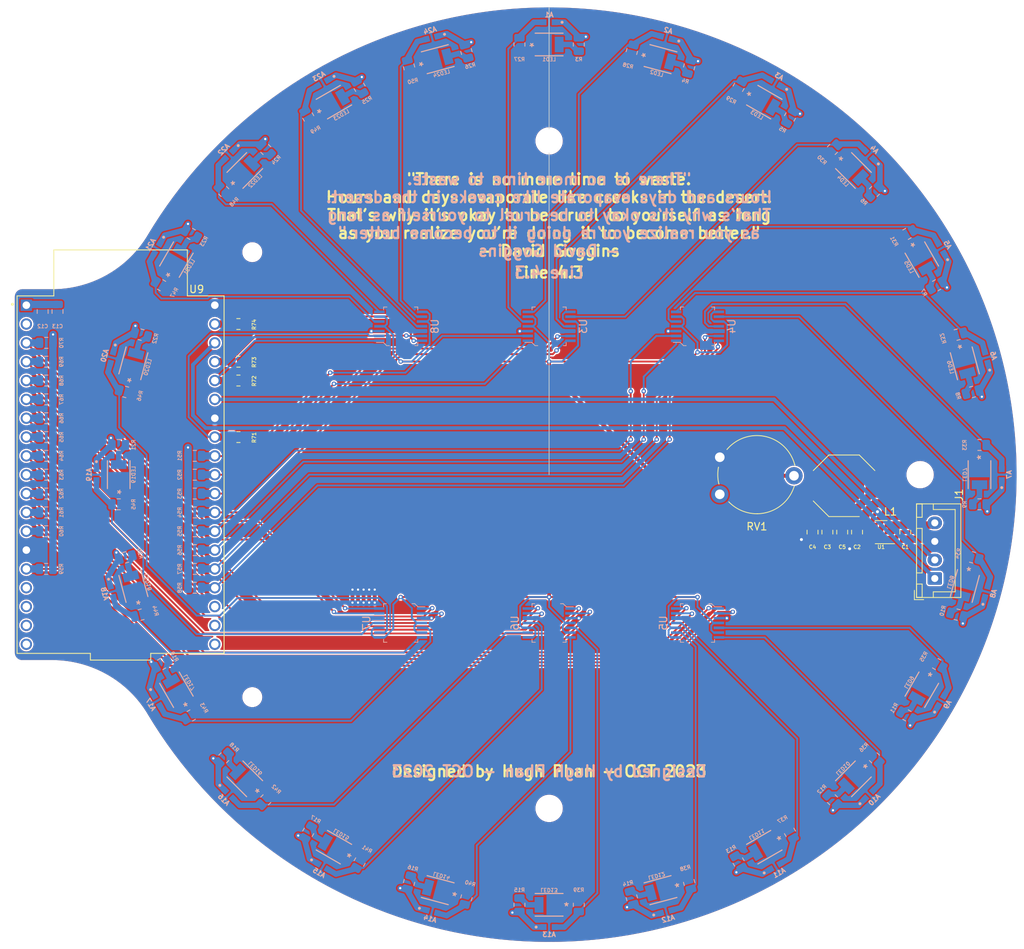
<source format=kicad_pcb>
(kicad_pcb (version 20240108) (generator "pcbnew") (generator_version "8.0")
  (layers (0 "F.Cu" signal) (31 "B.Cu" signal) (34 "B.Paste" user) (35 "F.Paste" user) (36 "B.SilkS" user "B.Silkscreen") (37 "F.SilkS" user "F.Silkscreen") (38 "B.Mask" user) (39 "F.Mask" user) (44 "Edge.Cuts" user))
  (net 0 "")
  (net 1 "+3V3")
  (net 2 "Net-(U6C-+)")
  (net 3 "GND")
  (net 4 "Net-(U1-BST)")
  (net 5 "Net-(U1-SW)")
  (net 6 "/SDA")
  (net 7 "/SEN2")
  (net 8 "Net-(LED1-Pad2)")
  (net 9 "Net-(LED2-Pad2)")
  (net 10 "Net-(LED3-Pad2)")
  (net 11 "Net-(LED4-Pad2)")
  (net 12 "/SEN1")
  (net 13 "/SEN3")
  (net 14 "/SEN4")
  (net 15 "/VREF")
  (net 16 "/SCL")
  (net 17 "Net-(U4A-+)")
  (net 18 "Net-(U4B-+)")
  (net 19 "Net-(U4C-+)")
  (net 20 "Net-(U4D-+)")
  (net 21 "Net-(U5A-+)")
  (net 22 "Net-(U5B-+)")
  (net 23 "Net-(U5C-+)")
  (net 24 "Net-(U5D-+)")
  (net 25 "Net-(U6A-+)")
  (net 26 "Net-(U6B-+)")
  (net 27 "Net-(LED5-Pad2)")
  (net 28 "Net-(LED6-Pad2)")
  (net 29 "Net-(LED7-Pad2)")
  (net 30 "Net-(LED8-Pad2)")
  (net 31 "Net-(LED9-Pad2)")
  (net 32 "Net-(LED10-Pad2)")
  (net 33 "Net-(LED11-Pad2)")
  (net 34 "Net-(LED12-Pad2)")
  (net 35 "Net-(LED13-Pad2)")
  (net 36 "Net-(LED14-Pad2)")
  (net 37 "Net-(LED15-Pad2)")
  (net 38 "Net-(LED16-Pad2)")
  (net 39 "Net-(LED17-Pad2)")
  (net 40 "Net-(LED18-Pad2)")
  (net 41 "/SEN5")
  (net 42 "/SEN6")
  (net 43 "/SEN7")
  (net 44 "/SEN8")
  (net 45 "/SEN9")
  (net 46 "/SEN10")
  (net 47 "/SEN11")
  (net 48 "/SEN12")
  (net 49 "/SEN13")
  (net 50 "/SEN14")
  (net 51 "/SEN15")
  (net 52 "/SEN16")
  (net 53 "/SEN17")
  (net 54 "/SEN18")
  (net 55 "Net-(U3A-+)")
  (net 56 "Net-(U3B-+)")
  (net 57 "Net-(U3C-+)")
  (net 58 "Net-(U3D-+)")
  (net 59 "Net-(U6D-+)")
  (net 60 "Net-(U7A-+)")
  (net 61 "Net-(U7B-+)")
  (net 62 "Net-(U7C-+)")
  (net 63 "Net-(U7D-+)")
  (net 64 "+15V")
  (net 65 "Net-(LED19-Pad2)")
  (net 66 "Net-(LED20-Pad2)")
  (net 67 "Net-(LED21-Pad2)")
  (net 68 "Net-(LED22-Pad2)")
  (net 69 "Net-(LED23-Pad2)")
  (net 70 "Net-(LED24-Pad2)")
  (net 71 "/SEN19")
  (net 72 "/SEN20")
  (net 73 "/SEN21")
  (net 74 "/SEN22")
  (net 75 "/SEN23")
  (net 76 "/SEN24")
  (net 77 "Net-(U8A-+)")
  (net 78 "Net-(U8B-+)")
  (net 79 "Net-(U8C-+)")
  (net 80 "Net-(U8D-+)")
  (footprint "Resistor_SMD:R_0805_2012Metric" (layer "F.Cu") (at 108.13 129.69)
    (property "Reference" "R74")
    (property "Value" "10k")
  )
  (footprint "MountingHole:MountingHole_3.2mm_M3" (layer "F.Cu") (at 150 195)
    (property "Reference" "H2" (hide yes))
    (property "Value" "MountingHole")
  )
  (footprint "Capacitor_SMD:C_0805_2012Metric" (layer "F.Cu") (at 191.5 157.75 -90)
    (property "Reference" "C2")
    (property "Value" "0.1uF")
  )
  (footprint "ESP32-DEVKITC-32U:MODULE_ESP32-DEVKITC-32U" (layer "F.Cu") (at 92.25 150)
    (property "Reference" "U9")
    (property "Value" "ESP32-DEVKITC-32U")
  )
  (footprint "Capacitor_SMD:C_0805_2012Metric" (layer "F.Cu") (at 187.5 157.75 90)
    (property "Reference" "C3")
    (property "Value" "22uF")
  )
  (footprint "Inductor_SMD:L_Bourns-SRU8043" (layer "F.Cu") (at 189.75 151.5 180)
    (property "Reference" "L1")
    (property "Value" "3.9uH")
  )
  (footprint "MountingHole:MountingHole_2.2mm_M2" (layer "F.Cu") (at 110 180)
    (property "Reference" "H1" (hide yes))
    (property "Value" "MountingHole")
  )
  (footprint "Capacitor_SMD:C_0805_2012Metric" (layer "F.Cu") (at 185.5 157.75 90)
    (property "Reference" "C4")
    (property "Value" "22uF")
  )
  (footprint "MountingHole:MountingHole_3.2mm_M3" (layer "F.Cu") (at 200 150)
    (property "Reference" "H4" (hide yes))
    (property "Value" "MountingHole")
  )
  (footprint "Resistor_SMD:R_0805_2012Metric" (layer "F.Cu") (at 108.13 137.31)
    (property "Reference" "R72")
    (property "Value" "10k")
  )
  (footprint "Resistor_SMD:R_0805_2012Metric" (layer "F.Cu") (at 108.13 134.77)
    (property "Reference" "R73")
    (property "Value" "10k")
  )
  (footprint "Capacitor_SMD:C_0805_2012Metric" (layer "F.Cu") (at 189.5 157.75 90)
    (property "Reference" "C5")
    (property "Value" "0.1uF")
  )
  (footprint "MountingHole:MountingHole_2.2mm_M2" (layer "F.Cu") (at 110 120)
    (property "Reference" "H5" (hide yes))
    (property "Value" "MountingHole")
  )
  (footprint "MountingHole:MountingHole_3.2mm_M3" (layer "F.Cu") (at 150 105)
    (property "Reference" "H3" (hide yes))
    (property "Value" "MountingHole")
  )
  (footprint "Capacitor_SMD:C_0805_2012Metric" (layer "F.Cu") (at 198 157.75 90)
    (property "Reference" "C1")
    (property "Value" "10uF")
  )
  (footprint "Package_TO_SOT_SMD:TSOT-23-6" (layer "F.Cu") (at 194.75 157.75 180)
    (property "Reference" "U1")
    (property "Value" "AP63203WU")
  )
  (footprint "Resistor_SMD:R_0805_2012Metric" (layer "F.Cu") (at 108.13 144.93)
    (property "Reference" "R71")
    (property "Value" "10k")
  )
  (footprint "Potentiometer_THT:Potentiometer_Piher_PT-10-V10_Vertical" (layer "F.Cu") (at 173 152.65)
    (property "Reference" "RV1")
    (property "Value" "5k Pot")
  )
  (footprint "Connector_JST:JST_XH_B4B-XH-A_1x04_P2.50mm_Vertical" (layer "F.Cu") (at 201.975 164 90)
    (property "Reference" "J1")
    (property "Value" "Line")
  )
  (footprint "JB2835AWT-W-U30GA0000-N0000001:LED_J2835_CRW" (layer "B.Cu") (at 121 200.229473 150)
    (property "Reference" "LED15")
    (property "Value" "JB2835AWT-W-U30GA0000-N0000001")
  )
  (footprint "Resistor_SMD:R_0805_2012Metric" (layer "B.Cu") (at 102.25 150.01 180)
    (property "Reference" "R52")
    (property "Value" "10k")
  )
  (footprint "Resistor_SMD:R_0805_2012Metric" (layer "B.Cu") (at 198.229473 117.535898 30)
    (property "Reference" "R31")
    (property "Value" "330R")
  )
  (footprint "Resistor_SMD:R_0805_2012Metric" (layer "B.Cu") (at 198.229473 182.464102 150)
    (property "Reference" "R11")
    (property "Value" "12R")
  )
  (footprint "Resistor_SMD:R_0805_2012Metric" (layer "B.Cu") (at 193.84062 111.816234 -135)
    (property "Reference" "R6")
    (property "Value" "12R")
  )
  (footprint "JB2835AWT-W-U30GA0000-N0000001:LED_J2835_CRW" (layer "B.Cu") (at 121 99.770527 30)
    (property "Reference" "LED23")
    (property "Value" "JB2835AWT-W-U30GA0000-N0000001")
  )
  (footprint "Resistor_SMD:R_0805_2012Metric" (layer "B.Cu") (at 138.852199 92.941026 -75)
    (property "Reference" "R26")
    (property "Value" "12R")
  )
  (footprint "Resistor_SMD:R_0805_2012Metric" (layer "B.Cu") (at 102.25 147.47 180)
    (property "Reference" "R51")
    (property "Value" "10k")
  )
  (footprint "JB2835AWT-W-U30GA0000-N0000001:LED_J2835_CRW" (layer "B.Cu") (at 200.229473 179 -120)
    (property "Reference" "LED9")
    (property "Value" "JB2835AWT-W-U30GA0000-N0000001")
  )
  (footprint "Resistor_SMD:R_0805_2012Metric" (layer "B.Cu") (at 106.15938 188.183766 45)
    (property "Reference" "R18")
    (property "Value" "12R")
  )
  (footprint "JB2835AWT-W-U30GA0000-N0000001:LED_J2835_CRW" (layer "B.Cu") (at 179 99.770527 -30)
    (property "Reference" "LED3")
    (property "Value" "JB2835AWT-W-U30GA0000-N0000001")
  )
  (footprint "Resistor_SMD:R_0805_2012Metric" (layer "B.Cu") (at 82.24 137.31)
    (property "Reference" "R68")
    (property "Value" "10k")
  )
  (footprint "ALS-PT19-315C_L177_TR8:XDCR_ALS-PT19-315C_L177_TR8" (layer "B.Cu") (at 106.866486 193.133514 -45)
    (property "Reference" "A16")
    (property "Value" "ALS-PT19")
  )
  (footprint "Resistor_SMD:R_0805_2012Metric" (layer "B.Cu") (at 82.24 155.09)
    (property "Reference" "R61")
    (property "Value" "10k")
  )
  (footprint "Resistor_SMD:R_0805_2012Metric" (layer "B.Cu") (at 161.147801 92.941026 75)
    (property "Reference" "R28")
    (property "Value" "330R")
  )
  (footprint "digikey-footprints:TSSOP-14_W4.4mm" (layer "B.Cu") (at 170 170 -90)
    (property "Reference" "U5")
    (property "Value" "LM339")
  )
  (footprint "Resistor_SMD:R_0805_2012Metric" (layer "B.Cu") (at 175.535898 97.770527 60)
    (property "Reference" "R29")
    (property "Value" "330R")
  )
  (footprint "JB2835AWT-W-U30GA0000-N0000001:LED_J2835_CRW" (layer "B.Cu") (at 108.987807 191.012193 135)
    (property "Reference" "LED16")
    (property "Value" "JB2835AWT-W-U30GA0000-N0000001")
  )
  (footprint "Resistor_SMD:R_0805_2012Metric" (layer "B.Cu") (at 102.25 157.63 180)
    (property "Reference" "R55")
    (property "Value" "10k")
  )
  (footprint "JB2835AWT-W-U30GA0000-N0000001:LED_J2835_CRW" (layer "B.Cu") (at 191.012193 191.012193 -135)
    (property "Reference" "LED10")
    (property "Value" "JB2835AWT-W-U30GA0000-N0000001")
  )
  (footprint "Resistor_SMD:R_0805_2012Metric" (layer "B.Cu") (at 168.875208 95.011578 -105)
    (property "Reference" "R4")
    (property "Value" "12R")
  )
  (footprint "Resistor_SMD:R_0805_2012Metric" (layer "B.Cu") (at 82.24 152.55)
    (property "Reference" "R62")
    (property "Value" "10k")
  )
  (footprint "digikey-footprints:TSSOP-14_W4.4mm" (layer "B.Cu") (at 150 130 90)
    (property "Reference" "U3")
    (property "Value" "LM339")
  )
  (footprint "JB2835AWT-W-U30GA0000-N0000001:LED_J2835_CRW" (layer "B.Cu") (at 99.770527 121 60)
    (property "Reference" "LED21")
    (property "Value" "JB2835AWT-W-U30GA0000-N0000001")
  )
  (footprint "Resistor_SMD:R_0805_2012Metric" (layer "B.Cu") (at 208 154 180)
    (property "Reference" "R9")
    (property "Value" "12R")
  )
  (footprint "Resistor_SMD:R_0805_2012Metric" (layer "B.Cu") (at 117.535898 101.770527 120)
    (property "Reference" "R49")
    (property "Value" "330R")
  )
  (footprint "Resistor_SMD:R_0805_2012Metric" (layer "B.Cu") (at 202.229473 175.535898 -30)
    (property "Reference" "R35")
    (property "Value" "330R")
  )
  (footprint "JB2835AWT-W-U30GA0000-N0000001:LED_J2835_CRW" (layer "B.Cu") (at 150 208 180)
    (property "Reference" "LED13")
    (property "Value" "JB2835AWT-W-U30GA0000-N0000001")
  )
  (footprint "ALS-PT19-315C_L177_TR8:XDCR_ALS-PT19-315C_L177_TR8" (layer "B.Cu") (at 106.866486 106.866486 -135)
    (property "Reference" "A22")
    (property "Value" "ALS-PT19")
  )
  (footprint "Resistor_SMD:R_0805_2012Metric" (layer "B.Cu") (at 117.535898 198.229473 60)
    (property "Reference" "R17")
    (property "Value" "12R")
  )
  (footprint "Resistor_SMD:R_0805_2012Metric" (layer "B.Cu") (at 146 92 90)
    (property "Reference" "R27")
    (property "Value" "330R")
  )
  (footprint "ALS-PT19-315C_L177_TR8:XDCR_ALS-PT19-315C_L177_TR8" (layer "B.Cu") (at 91.078525 165.787962 -75)
    (property "Reference" "A18")
    (property "Value" "ALS-PT19")
  )
  (footprint "ALS-PT19-315C_L177_TR8:XDCR_ALS-PT19-315C_L177_TR8" (layer "B.Cu") (at 150 89 180)
    (property "Reference" "A1")
    (property "Value" "ALS-PT19")
  )
  (footprint "Resistor_SMD:R_0805_2012Metric" (layer "B.Cu") (at 95.011578 168.875208 -165)
    (property "Reference" "R44")
    (property "Value" "330R")
  )
  (footprint "ALS-PT19-315C_L177_TR8:XDCR_ALS-PT19-315C_L177_TR8" (layer "B.Cu") (at 211 150 90)
    (property "Reference" "A7")
    (property "Value" "ALS-PT19")
  )
  (footprint "Resistor_SMD:R_0805_2012Metric" (layer "B.Cu") (at 102.25 162.71 180)
    (property "Reference" "R57")
    (property "Value" "10k")
  )
  (footprint "Resistor_SMD:R_0805_2012Metric" (layer "B.Cu") (at 82.24 132.23)
    (property "Reference" "R70")
    (property "Value" "10k")
  )
  (footprint "Resistor_SMD:R_0805_2012Metric" (layer "B.Cu") (at 111.816234 106.15938 -45)
    (property "Reference" "R24")
    (property "Value" "12R")
  )
  (footprint "ALS-PT19-315C_L177_TR8:XDCR_ALS-PT19-315C_L177_TR8" (layer "B.Cu") (at 193.133514 193.133514 45)
    (property "Reference" "A10")
    (property "Value" "ALS-PT19")
  )
  (footprint "ALS-PT19-315C_L177_TR8:XDCR_ALS-PT19-315C_L177_TR8" (layer "B.Cu") (at 134.212038 91.078525 -165)
    (property "Reference" "A24")
    (property "Value" "ALS-PT19")
  )
  (footprint "digikey-footprints:TSSOP-14_W4.4mm" (layer "B.Cu") (at 170 130 90)
    (property "Reference" "U4")
    (property "Value" "LM339")
  )
  (footprint "digikey-footprints:TSSOP-14_W4.4mm" (layer "B.Cu") (at 130 170 -90)
    (property "Reference" "U7")
    (property "Value" "LM339")
  )
  (footprint "ALS-PT19-315C_L177_TR8:XDCR_ALS-PT19-315C_L177_TR8" (layer "B.Cu") (at 97.17245 119.5 -120)
    (property "Reference" "A21")
    (property "Value" "ALS-PT19")
  )
  (footprint "JB2835AWT-W-U30GA0000-N0000001:LED_J2835_CRW" (layer "B.Cu") (at 92 150 90)
    (property "Reference" "LED19")
    (property "Value" "JB2835AWT-W-U30GA0000-N0000001")
  )
  (footprint "Resistor_SMD:R_0805_2012Metric" (layer "B.Cu") (at 168.875208 204.988422 -75)
    (property "Reference" "R38")
    (property "Value" "330R")
  )
  (footprint "Resistor_SMD:R_0805_2012Metric" (layer "B.Cu") (at 188.183766 193.84062 135)
    (property "Reference" "R12")
    (property "Value" "12R")
  )
  (footprint "Capacitor_SMD:C_0805_2012Metric" (layer "B.Cu") (at 83.75 128 90)
    (property "Reference" "C13")
    (property "Value" "0.1uF")
  )
  (footprint "JB2835AWT-W-U30GA0000-N0000001:LED_J2835_CRW" (layer "B.Cu") (at 99.770527 179 120)
    (property "Reference" "LED17")
    (property "Value" "JB2835AWT-W-U30GA0000-N0000001")
  )
  (footprint "JB2835AWT-W-U30GA0000-N0000001:LED_J2835_CRW" (layer "B.Cu") (at 93.976302 134.988495 75)
    (property "Reference" "LED20")
    (property "Value" "JB2835AWT-W-U30GA0000-N0000001")
  )
  (footprint "Resistor_SMD:R_0805_2012Metric" (layer "B.Cu") (at 146 208 90)
    (property "Reference" "R15")
    (property "Value" "12R")
  )
  (footprint "Resistor_SMD:R_0805_2012Metric" (layer "B.Cu") (at 102.25 165.25 180)
    (property "Reference" "R58")
    (property "Value" "10k")
  )
  (footprint "digikey-footprints:TSSOP-14_W4.4mm" (layer "B.Cu") (at 150 170 -90)
    (property "Reference" "U6")
    (property "Value" "LM339")
  )
  (footprint "ALS-PT19-315C_L177_TR8:XDCR_ALS-PT19-315C_L177_TR8" (layer "B.Cu") (at 202.82755 119.5 120)
    (property "Reference" "A5")
    (property "Value" "ALS-PT19")
  )
  (footprint "JB2835AWT-W-U30GA0000-N0000001:LED_J2835_CRW" (layer "B.Cu") (at 134.988495 206.023698 165)
    (property "Reference" "LED14")
    (property "Value" "JB2835AWT-W-U30GA0000-N0000001")
  )
  (footprint "Resistor_SMD:R_0805_2012Metric" (layer "B.Cu") (at 97.770527 124.464102 150)
    (property "Reference" "R47")
    (property "Value" "330R")
  )
  (footprint "Resistor_SMD:R_0805_2012Metric" (layer "B.Cu") (at 82.24 157.63)
    (property "Reference" "R60")
    (property "Value" "10k")
  )
  (footprint "Resistor_SMD:R_0805_2012Metric" (layer "B.Cu") (at 207.058974 161.147801 -15)
    (property "Reference" "R34")
    (property "Value" "330R")
  )
  (footprint "JB2835AWT-W-U30GA0000-N0000001:LED_J2835_CRW" (layer "B.Cu") (at 191.012193 108.987807 -45)
    (property "Reference" "LED4")
    (property "Value" "JB2835AWT-W-U30GA0000-N0000001")
  )
  (footprint "JB2835AWT-W-U30GA0000-N0000001:LED_J2835_CRW" (layer "B.Cu") (at 93.976302 165.011505 105)
    (property "Reference" "LED18")
    (property "Value" "JB2835AWT-W-U30GA0000-N0000001")
  )
  (footprint "Resistor_SMD:R_0805_2012Metric" (layer "B.Cu") (at 175.535898 202.229473 120)
    (property "Reference" "R13")
    (property "Value" "12R")
  )
  (footprint "Resistor_SMD:R_0805_2012Metric" (layer "B.Cu") (at 161.147801 207.058974 105)
    (property "Reference" "R14")
    (property "Value" "12R")
  )
  (footprint "ALS-PT19-315C_L177_TR8:XDCR_ALS-PT19-315C_L177_TR8" (layer "B.Cu") (at 202.82755 180.5 60)
    (property "Reference" "A9")
    (property "Value" "ALS-PT19")
  )
  (footprint "Resistor_SMD:R_0805_2012Metric" (layer "B.Cu") (at 82.24 150.01)
    (property "Reference" "R63")
    (property "Value" "10k")
  )
  (footprint "Resistor_SMD:R_0805_2012Metric" (layer "B.Cu") (at 82.22 162.71)
    (property "Reference" "R59")
    (property "Value" "10k")
  )
  (footprint "JB2835AWT-W-U30GA0000-N0000001:LED_J2835_CRW" (layer "B.Cu") (at 206.023698 134.988495 -75)
    (property "Reference" "LED6")
    (property "Value" "JB2835AWT-W-U30GA0000-N0000001")
  )
  (footprint "Resistor_SMD:R_0805_2012Metric" (layer "B.Cu") (at 101.770527 182.464102 -150)
    (property "Reference" "R43")
    (property "Value" "330R")
  )
  (footprint "ALS-PT19-315C_L177_TR8:XDCR_ALS-PT19-315C_L177_TR8" (layer "B.Cu") (at 150 211)
    (property "Reference" "A13")
    (property "Value" "ALS-PT19")
  )
  (footprint "Resistor_SMD:R_0805_2012Metric" (layer "B.Cu") (at 138.852199 207.058974 -105)
    (property "Reference" "R40")
    (property "Value" "330R")
  )
  (footprint "Resistor_SMD:R_0805_2012Metric" (layer "B.Cu") (at 182.464102 101.770527 -120)
    (property "Reference" "R5")
    (property "Value" "12R")
  )
  (footprint "Resistor_SMD:R_0805_2012Metric" (layer "B.Cu") (at 182.464102 198.229473 -60)
    (property "Reference" "R37")
    (property "Value" "330R")
  )
  (footprint "Capacitor_SMD:C_0805_2012Metric" (layer "B.Cu") (at 81.75 128 90)
    (property "Reference" "C12")
    (property "Value" "10uF")
  )
  (footprint "JB2835AWT-W-U30GA0000-N0000001:LED_J2835_CRW" (layer "B.Cu") (at 179 200.229473 -150)
    (property "Reference" "LED11")
    (property "Value" "JB2835AWT-W-U30GA0000-N0000001")
  )
  (footprint "JB2835AWT-W-U30GA0000-N0000001:LED_J2835_CRW" (layer "B.Cu") (at 200.229473 121 -60)
    (property "Reference" "LED5")
    (property "Value" "JB2835AWT-W-U30GA0000-N0000001")
  )
  (footprint "ALS-PT19-315C_L177_TR8:XDCR_ALS-PT19-315C_L177_TR8" (layer "B.Cu") (at 97.17245 180.5 -60)
    (property "Reference" "A17")
    (property "Value" "ALS-PT19")
  )
  (footprint "Resistor_SMD:R_0805_2012Metric" (layer "B.Cu") (at 154 208 -90)
    (property "Reference" "R39")
    (property "Value" "330R")
  )
  (footprint "Resistor_SMD:R_0805_2012Metric" (layer "B.Cu") (at 92 154 180)
    (property "Reference" "R45")
    (property "Value" "330R")
  )
  (footprint "Resistor_SMD:R_0805_2012Metric" (layer "B.Cu") (at 82.24 142.39)
    (property "Reference" "R66")
    (property "Value" "10k")
  )
  (footprint "JB2835AWT-W-U30GA0000-N0000001:LED_J2835_CRW" (layer "B.Cu") (at 108.987807 108.987807 45)
    (property "Reference" "LED22")
    (property "Value" "JB2835AWT-W-U30GA0000-N0000001")
  )
  (footprint "Resistor_SMD:R_0805_2012Metric" (layer "B.Cu") (at 102.25 152.55 180)
    (property "Reference" "R53")
    (property "Value" "10k")
  )
  (footprint "Resistor_SMD:R_0805_2012Metric" (layer "B.Cu") (at 193.84062 188.183766 -45)
    (property "Reference" "R36")
    (property "Value" "330R")
  )
  (footprint "ALS-PT19-315C_L177_TR8:XDCR_ALS-PT19-315C_L177_TR8" (layer "B.Cu") (at 165.787962 91.078525 165)
    (property "Reference" "A2")
    (property "Value" "ALS-PT19")
  )
  (footprint "Resistor_SMD:R_0805_2012Metric" (layer "B.Cu") (at 154 92 -90)
    (property "Reference" "R3")
    (property "Value" "12R")
  )
  (footprint "Resistor_SMD:R_0805_2012Metric" (layer "B.Cu") (at 82.24 144.93)
    (property "Reference" "R65")
    (property "Value" "10k")
  )
  (footprint "ALS-PT19-315C_L177_TR8:XDCR_ALS-PT19-315C_L177_TR8" (layer "B.Cu") (at 134.212038 208.921475 -15)
    (property "Reference" "A14")
    (property "Value" "ALS-PT19")
  )
  (footprint "Resistor_SMD:R_0805_2012Metric" (layer "B.Cu") (at 82.24 134.77)
    (property "Reference" "R69")
    (property "Value" "10k")
  )
  (footprint "ALS-PT19-315C_L177_TR8:XDCR_ALS-PT19-315C_L177_TR8" (layer "B.Cu") (at 165.787962 208.921475 15)
    (property "Reference" "A12")
    (property "Value" "ALS-PT19")
  )
  (footprint "ALS-PT19-315C_L177_TR8:XDCR_ALS-PT19-315C_L177_TR8" (layer "B.Cu") (at 180.5 202.82755 30)
    (property "Reference" "A11")
    (property "Value" "ALS-PT19")
  )
  (footprint "JB2835AWT-W-U30GA0000-N0000001:LED_J2835_CRW" (layer "B.Cu") (at 165.011505 206.023698 -165)
    (property "Reference" "LED12")
    (property "Value" "JB2835AWT-W-U30GA0000-N0000001")
  )
  (footprint "ALS-PT19-315C_L177_TR8:XDCR_ALS-PT19-315C_L177_TR8" (layer "B.Cu") (at 208.921475 134.212038 105)
    (property "Reference" "A6")
    (property "Value" "ALS-PT19")
  )
  (footprint "ALS-PT19-315C_L177_TR8:XDCR_ALS-PT19-315C_L177_TR8" (layer "B.Cu") (at 119.5 97.17245 -150)
    (property "Reference" "A23")
    (property "Value" "ALS-PT19")
  )
  (footprint "JB2835AWT-W-U30GA0000-N0000001:LED_J2835_CRW" (layer "B.Cu") (at 134.988495 93.976302 15)
    (property "Reference" "LED24")
    (property "Value" "JB2835AWT-W-U30GA0000-N0000001")
  )
  (footprint "Resistor_SMD:R_0805_2012Metric" (layer "B.Cu") (at 124.464102 202.229473 -120)
    (property "Reference" "R41")
    (property "Value" "330R")
  )
  (footprint "ALS-PT19-315C_L177_TR8:XDCR_ALS-PT19-315C_L177_TR8" (layer "B.Cu") (at 208.921475 165.787962 75)
    (property "Reference" "A8")
    (property "Value" "ALS-PT19")
  )
  (footprint "Resistor_SMD:R_0805_2012Metric" (layer "B.Cu") (at 101.770527 117.535898 -30)
    (property "Reference" "R23")
    (property "Value" "12R")
  )
  (footprint "Resistor_SMD:R_0805_2012Metric" (layer "B.Cu") (at 106.15938 111.816234 135)
    (property "Reference" "R48")
    (property "Value" "330R")
  )
  (footprint "Resistor_SMD:R_0805_2012Metric" (layer "B.Cu") (at 92.941026 138.852199 165)
    (property "Reference" "R46")
    (property "Value" "330R")
  )
  (footprint "Resistor_SMD:R_0805_2012Metric" (layer "B.Cu") (at 92 146)
    (property "Reference" "R21")
    (property "Value" "12R")
  )
  (footprint "Resistor_SMD:R_0805_2012Metric" (layer "B.Cu") (at 204.988422 168.875208 165)
    (property "Reference" "R10")
    (property "Value" "12R")
  )
  (footprint "JB2835AWT-W-U30GA0000-N0000001:LED_J2835_CRW" (layer "B.Cu") (at 208 150 -90)
    (property "Reference" "LED7")
    (property "Value" "JB2835AWT-W-U30GA0000-N0000001")
  )
  (footprint "ALS-PT19-315C_L177_TR8:XDCR_ALS-PT19-315C_L177_TR8" (layer "B.Cu") (at 119.5 202.82755 -30)
    (property "Reference" "A15")
    (property "Value" "ALS-PT19")
  )
  (footprint "Resistor_SMD:R_0805_2012Metric" (layer "B.Cu") (at 92.941026 161.147801 15)
    (property "Reference" "R20")
    (property "Value" "12R")
  )
  (footprint "Resistor_SMD:R_0805_2012Metric" (layer "B.Cu") (at 97.770527 175.535898 30)
    (property "Reference" "R19")
    (property "Value" "12R")
  )
  (footprint "JB2835AWT-W-U30GA0000-N0000001:LED_J2835_CRW" (layer "B.Cu") (at 206.023698 165.011505 -105)
    (property "Reference" "LED8")
    (property "Value" "JB2835AWT-W-U30GA0000-N0000001")
  )
  (footprint "Resistor_SMD:R_0805_2012Metric" (layer "B.Cu") (at 207.058974 138.852199 -165)
    (property "Reference" "R8")
    (property "Value" "12R")
  )
  (footprint "digikey-footprints:TSSOP-14_W4.4mm" (layer "B.Cu") (at 130 130 90)
    (property "Reference" "U8")
    (property "Value" "LM339")
  )
  (footprint "Resistor_SMD:R_0805_2012Metric" (layer "B.Cu") (at 82.24 139.85)
    (property "Reference" "R67")
    (property "Value" "10k")
  )
  (footprint "ALS-PT19-315C_L177_TR8:XDCR_ALS-PT19-315C_L177_TR8" (layer "B.Cu") (at 193.133514 106.866486 135)
    (property "Reference" "A4")
    (property "Value" "ALS-PT19")
  )
  (footprint "Resistor_SMD:R_0805_2012Metric" (layer "B.Cu") (at 188.183766 106.15938 45)
    (property "Reference" "R30")
    (property "Value" "330R")
  )
  (footprint "Resistor_SMD:R_0805_2012Metric" (layer "B.Cu") (at 131.124792 95.011578 105)
    (property "Reference" "R50")
    (property "Value" "330R")
  )
  (footprint "Resistor_SMD:R_0805_2012Metric" (layer "B.Cu") (at 131.124792 204.988422 75)
    (property "Reference" "R16")
    (property "Value" "12R")
  )
  (footprint "Resistor_SMD:R_0805_2012Metric" (layer "B.Cu") (at 124.464102 97.770527 -60)
    (property "Reference" "R25")
    (property "Value" "12R")
  )
  (footprint "Resistor_SMD:R_0805_2012Metric" (layer "B.Cu") (at 95.011578 131.124792 -15)
    (property "Reference" "R22")
    (property "Value" "12R")
  )
  (footprint "Resistor_SMD:R_0805_2012Metric" (layer "B.Cu") (at 102.25 155.09 180)
    (property "Reference" "R54")
    (property "Value" "10k")
  )
  (footprint "Resistor_SMD:R_0805_2012Metric" (layer "B.Cu") (at 111.816234 193.84062 -135)
    (property "Reference" "R42")
    (property "Value" "330R")
  )
  (footprint "JB2835AWT-W-U30GA0000-N0000001:LED_J2835_CRW" (layer "B.Cu") (at 150 92)
    (property "Reference" "LED1")
    (property "Value" "JB2835AWT-W-U30GA0000-N0000001")
  )
  (footprint "Resistor_SMD:R_0805_2012Metric" (layer "B.Cu") (at 102.25 160.17 180)
    (property "Reference" "R56")
    (property "Value" "10k")
  )
  (footprint "Resistor_SMD:R_0805_2012Metric" (layer "B.Cu") (at 204.988422 131.124792 15)
    (property "Reference" "R32")
    (property "Value" "330R")
  )
  (footprint "ALS-PT19-315C_L177_TR8:XDCR_ALS-PT19-315C_L177_TR8" (layer "B.Cu") (at 89 150 -90)
    (property "Reference" "A19")
    (property "Value" "ALS-PT19")
  )
  (footprint "Resistor_SMD:R_0805_2012Metric" (layer "B.Cu") (at 202.229473 124.464102 -150)
    (property "Reference" "R7")
    (property "Value" "12R")
  )
  (footprint "Resistor_SMD:R_0805_2012Metric" (layer "B.Cu") (at 82.24 147.47)
    (property "Reference" "R64")
    (property "Value" "10k")
  )
  (footprint "JB2835AWT-W-U30GA0000-N0000001:LED_J2835_CRW" (layer "B.Cu") (at 165.011505 93.976302 -15)
    (property "Reference" "LED2")
    (property "Value" "JB2835AWT-W-U30GA0000-N0000001")
  )
  (footprint "Resistor_SMD:R_0805_2012Metric" (layer "B.Cu") (at 208 146)
    (property "Reference" "R33")
    (property "Value" "330R")
  )
  (footprint "ALS-PT19-315C_L177_TR8:XDCR_ALS-PT19-315C_L177_TR8" (layer "B.Cu") (at 91.078525 134.212038 -105)
    (property "Reference" "A20")
    (property "Value" "ALS-PT19")
  )
  (footprint "ALS-PT19-315C_L177_TR8:XDCR_ALS-PT19-315C_L177_TR8" (layer "B.Cu") (at 180.5 97.17245 150)
    (property "Reference" "A3")
    (property "Value" "ALS-PT19")
  )
  (gr_line (start 150 150) (end 150 87) (stroke (width 0.1)) (layer "Edge.Cuts"))
  (gr_line (start 78 126) (end 78 174) (stroke (width 0.01)) (layer "Edge.Cuts"))
  (gr_line (start 79 175) (end 83.037324 175) (stroke (width 0.01)) (layer "Edge.Cuts"))
  (gr_line (start 83.037324 125) (end 79 125) (stroke (width 0.01)) (layer "Edge.Cuts"))
  (gr_arc (start 79 175) (mid 78.292893 174.707107) (end 78 174) (stroke (width 0.01)) (layer "Edge.Cuts"))
  (gr_arc (start 95.914762 117.692308) (mid 90.440546 123.045779) (end 83.037324 125) (stroke (width 0.01)) (layer "Edge.Cuts"))
  (gr_arc (start 78 126) (mid 78.292893 125.292893) (end 79 125) (stroke (width 0.01)) (layer "Edge.Cuts"))
  (gr_arc (start 83.037324 175) (mid 90.440544 176.954224) (end 95.914762 182.307692) (stroke (width 0.01)) (layer "Edge.Cuts"))
  (gr_arc (start 95.914762 117.692308) (mid 212.999999 150) (end 95.914762 182.307692) (stroke (width 0.01)) (layer "Edge.Cuts"))
  (gr_text "Line 4.3" (at 150 122.75 0) (layer "B.SilkS") (effects (font (size 1.5 1.5) (thickness 0.3) (bold yes)) (justify mirror)))
  (gr_text "Designed by Hugh Phan - OCT 2023" (at 150 190 0) (layer "B.SilkS") (effects (font (size 1.5 1.5) (thickness 0.3) (bold yes)) (justify mirror)))
  (gr_text "{dblquote}There is no more time to waste.\nHours and days evaporate like creeks in the desert.\nThat's why it's okay to be cruel to yourself as long\nas you realize you're doing it to become better.{dblquote}\n- David Goggins" (at 150 115 0) (layer "B.SilkS") (effects (font (size 1.5 1.5) (thickness 0.3) (bold yes)) (justify mirror)))
  (gr_text "Designed by Hugh Phan - OCT 2023" (at 150 190 0) (layer "F.SilkS") (effects (font (size 1.5 1.5) (thickness 0.3) (bold yes))))
  (gr_text "Line 4.3" (at 150 122.75 0) (layer "F.SilkS") (effects (font (size 1.5 1.5) (thickness 0.3) (bold yes))))
  (gr_text "{dblquote}There is no more time to waste.\nHours and days evaporate like creeks in the desert.\nThat's why it's okay to be cruel to yourself as long\nas you realize you're doing it to become better.{dblquote}\n- David Goggins" (at 150 115 0) (layer "F.SilkS") (effects (font (size 1.5 1.5) (thickness 0.3) (bold yes))))
  (via (at 90.95 145.05) (size 0.6) (drill 0.3) (layers "F.Cu" "B.Cu") (net 1))
  (via (at 170.064597 94.243234) (size 0.6) (drill 0.3) (layers "F.Cu" "B.Cu") (net 1))
  (via (at 175.238174 203.6138) (size 0.6) (drill 0.3) (layers "F.Cu" "B.Cu") (net 1))
  (via (at 209.05 154.95) (size 0.6) (drill 0.3) (layers "F.Cu" "B.Cu") (net 1))
  (via (at 208.319074 139.498068) (size 0.6) (drill 0.3) (layers "F.Cu" "B.Cu") (net 1))
  (via (at 205.756766 170.064597) (size 0.6) (drill 0.3) (layers "F.Cu" "B.Cu") (net 1))
  (via (at 111.745523 104.745166) (size 0.6) (drill 0.3) (layers "F.Cu" "B.Cu") (net 1))
  (via (at 83.1525 131.0975) (size 0.6) (drill 0.3) (layers "F.Cu" "B.Cu") (net 1))
  (via (at 116.188174 198.6638) (size 0.6) (drill 0.3) (layers "F.Cu" "B.Cu") (net 1))
  (via (at 160.501932 208.319074) (size 0.6) (drill 0.3) (layers "F.Cu" "B.Cu") (net 1))
  (via (at 198.6638 183.811826) (size 0.6) (drill 0.3) (layers "F.Cu" "B.Cu") (net 1))
  (via (at 146.05 130.65) (size 0.6) (drill 0.3) (layers "F.Cu" "B.Cu") (net 1))
  (via (at 101.3362 116.188174) (size 0.6) (drill 0.3) (layers "F.Cu" "B.Cu") (net 1))
  (via (at 129.935403 205.756766) (size 0.6) (drill 0.3) (layers "F.Cu" "B.Cu") (net 1))
  (via (at 203.6138 124.761826) (size 0.6) (drill 0.3) (layers "F.Cu" "B.Cu") (net 1))
  (via (at 104.745166 188.254477) (size 0.6) (drill 0.3) (layers "F.Cu" "B.Cu") (net 1))
  (via (at 91.680926 160.501932) (size 0.6) (drill 0.3) (layers "F.Cu" "B.Cu") (net 1))
  (via (at 188.254477 195.254834) (size 0.6) (drill 0.3) (layers "F.Cu" "B.Cu") (net 1))
  (via (at 126.05 130.65) (size 0.6) (drill 0.3) (layers "F.Cu" "B.Cu") (net 1))
  (via (at 173.95 169.35) (size 0.6) (drill 0.3) (layers "F.Cu" "B.Cu") (net 1))
  (via (at 139.498068 91.680926) (size 0.6) (drill 0.3) (layers "F.Cu" "B.Cu") (net 1))
  (via (at 145.05 209.05) (size 0.6) (drill 0.3) (layers "F.Cu" "B.Cu") (net 1))
  (via (at 195.254834 111.745523) (size 0.6) (drill 0.3) (layers "F.Cu" "B.Cu") (net 1))
  (via (at 166.05 130.65) (size 0.6) (drill 0.3) (layers "F.Cu" "B.Cu") (net 1))
  (via (at 183.811826 101.3362) (size 0.6) (drill 0.3) (layers "F.Cu" "B.Cu") (net 1))
  (via (at 94.243234 129.935403) (size 0.6) (drill 0.3) (layers "F.Cu" "B.Cu") (net 1))
  (via (at 154 169.35) (size 0.6) (drill 0.3) (layers "F.Cu" "B.Cu") (net 1))
  (via (at 101.3375 146.3375) (size 0.6) (drill 0.3) (layers "F.Cu" "B.Cu") (net 1))
  (via (at 134.15 169.35) (size 0.6) (drill 0.3) (layers "F.Cu" "B.Cu") (net 1))
  (via (at 124.761826 96.3862) (size 0.6) (drill 0.3) (layers "F.Cu" "B.Cu") (net 1))
  (via (at 154.95 90.95) (size 0.6) (drill 0.3) (layers "F.Cu" "B.Cu") (net 1))
  (via (at 96.3862 175.238174) (size 0.6) (drill 0.3) (layers "F.Cu" "B.Cu") (net 1))
  (segment (start 203.6138 124.761826) (end 203.1388 123.939102) (width 0.75) (layer "B.Cu") (net 1))
  (segment (start 108.316055 105.416917) (end 111.073771 105.416917) (width 0.75) (layer "B.Cu") (net 1))
  (segment (start 139.498068 91.680926) (end 138.580438 91.926804) (width 0.75) (layer "B.Cu") (net 1))
  (segment (start 160.501932 208.319074) (end 161.419562 208.073196) (width 0.75) (layer "B.Cu") (net 1))
  (segment (start 163.807814 209.452054) (end 161.419562 208.073196) (width 0.75) (layer "B.Cu") (net 1))
  (segment (start 194.583083 108.316055) (end 194.583083 111.073771) (width 0.75) (layer "B.Cu") (net 1))
  (segment (start 83.1325 132.25) (end 83.1525 132.23) (width 1) (layer "B.Cu") (net 1))
  (segment (start 152.05 89) (end 154 90.95) (width 0.75) (layer "B.Cu") (net 1))
  (segment (start 98.19745 117.724648) (end 100.8612 117.010898) (width 0.75) (layer "B.Cu") (net 1))
  (segment (start 121.275352 96.14745) (end 123.939102 96.8612) (width 0.75) (layer "B.Cu") (net 1))
  (segment (start 91.680926 160.501932) (end 91.926804 161.419562) (width 0.75) (layer "B.Cu") (net 1))
  (segment (start 195.254834 111.745523) (end 194.583083 111.073772) (width 0.75) (layer "B.Cu") (net 1))
  (segment (start 182.275352 98.19745) (end 182.989102 100.8612) (width 0.75) (layer "B.Cu") (net 1))
  (segment (start 147.95 211) (end 146 209.05) (width 0.75) (layer "B.Cu") (net 1))
  (segment (start 170.064597 94.243234) (end 169.146967 93.997356) (width 0.75) (layer "B.Cu") (net 1))
  (segment (start 154.95 90.95) (end 154 90.95) (width 0.75) (layer "B.Cu") (net 1))
  (segment (start 104.745166 188.254477) (end 105.416917 188.926228) (width 0.75) (layer "B.Cu") (net 1))
  (segment (start 175.238174 203.6138) (end 176.060898 203.1388) (width 0.75) (layer "B.Cu") (net 1))
  (segment (start 209.452054 136.192186) (end 208.073196 138.580438) (width 0.75) (layer "B.Cu") (net 1))
  (segment (start 191.683945 194.583083) (end 188.926229 194.583083) (width 0.75) (layer "B.Cu") (net 1))
  (segment (start 208.390896 167.76811) (end 206.002644 169.146968) (width 0.75) (layer "B.Cu") (net 1))
  (segment (start 209.05 154.95) (end 209.05 154) (width 0.75) (layer "B.Cu") (net 1))
  (segment (start 94.243234 129.935403) (end 93.997356 130.853033) (width 0.75) (layer "B.Cu") (net 1))
  (segment (start 203.20255 120.149519) (end 203.85255 121.275352) (width 0.75) (layer "B.Cu") (net 1))
  (segment (start 91.609104 132.23189) (end 93.997356 130.853032) (width 0.75) (layer "B.Cu") (net 1))
  (segment (start 166.512406 91.272639) (end 167.76811 91.609104) (width 0.75) (layer "B.Cu") (net 1))
  (segment (start 91.272639 133.487594) (end 91.609104 132.23189) (width 0.75) (layer "B.Cu") (net 1))
  (segment (start 96.14745 178.724648) (end 96.8612 176.060898) (width 0.75) (layer "B.Cu") (net 1))
  (segment (start 193.663844 107.396816) (end 194.583083 108.316055) (width 0.75) (layer "B.Cu") (net 1))
  (segment (start 118.850481 202.45255) (end 117.724648 201.80255) (width 0.75) (layer "B.Cu") (net 1))
  (segment (start 201.80255 182.275352) (end 199.1388 182.989102) (width 0.75) (layer "B.Cu") (net 1))
  (segment (start 208.727361 166.512406) (end 208.390896 167.76811) (width 0.75) (layer "B.Cu") (net 1))
  (segment (start 149.25 211) (end 147.95 211) (width 0.75) (layer "B.Cu") (net 1))
  (segment (start 165.063517 209.11559) (end 163.807813 209.452055) (width 0.75) (layer "B.Cu") (net 1))
  (segment (start 83.1525 131.0975) (end 83.1525 132.23) (width 1) (layer "B.Cu") (net 1))
  (segment (start 90.95 145.05) (end 90.95 146) (width 0.75) (layer "B.Cu") (net 1))
  (segment (start 127.125 130.65) (end 126.05 130.65) (width 0.25) (layer "B.Cu") (net 1))
  (segment (start 205.756766 170.064597) (end 206.002644 169.146967) (width 0.75) (layer "B.Cu") (net 1))
  (segment (start 136.192186 90.547946) (end 138.580438 91.926804) (width 0.75) (layer "B.Cu") (net 1))
  (segment (start 211 150.75) (end 211 152.05) (width 0.75) (layer "B.Cu") (net 1))
  (segment (start 132.23189 208.390896) (end 130.853032 206.002644) (width 0.75) (layer "B.Cu") (net 1))
  (segment (start 167.125 130.65) (end 166.05 130.65) (width 0.25) (layer "B.Cu") (net 1))
  (segment (start 211 152.05) (end 209.05 154) (width 0.75) (layer "B.Cu") (net 1))
  (segment (start 120.149519 96.79745) (end 121.275352 96.14745) (width 0.75) (layer "B.Cu") (net 1))
  (segment (start 116.188174 198.6638) (end 117.010898 199.1388) (width 0.75) (layer "B.Cu") (net 1))
  (segment (start 124.761826 96.3862) (end 123.939102 96.8612) (width 0.75) (layer "B.Cu") (net 1))
  (segment (start 179.850481 203.20255) (end 178.724648 203.85255) (width 0.75) (layer "B.Cu") (net 1))
  (segment (start 173.95 169.35) (end 172.875 169.35) (width 0.25) (layer "B.Cu") (net 1))
  (segment (start 192.603184 193.663844) (end 191.683945 194.583083) (width 0.75) (layer "B.Cu") (net 1))
  (segment (start 133.487594 208.727361) (end 132.23189 208.390896) (width 0.75) (layer "B.Cu") (net 1))
  (segment (start 90.547946 163.807814) (end 91.926804 161.419562) (width 0.75) (layer "B.Cu") (net 1))
  (segment (start 150.75 89) (end 152.05 89) (width 0.75) (layer "B.Cu") (net 1))
  (segment (start 134.936483 90.88441) (end 136.192187 90.547945) (width 0.75) (layer "B.Cu") (net 1))
  (segment (start 96.3862 175.238174) (end 96.8612 176.060898) (width 0.75) (layer "B.Cu") (net 1))
  (segment (start 188.254477 195.254834) (end 188.926228 194.583083) (width 0.75) (layer "B.Cu") (net 1))
  (segment (start 83.75 127.05) (end 79.65 127.05) (width 1) (layer "B.Cu") (net 1))
  (segment (start 203.85255 121.275352) (end 203.1388 123.939102) (width 0.75) (layer "B.Cu") (net 1))
  (segment (start 101.3375 165.25) (end 101.3375 147.47) (width 1) (layer "B.Cu") (net 1))
  (segment (start 134.15 169.35) (end 132.875 169.35) (width 0.5) (layer "B.Cu") (net 1))
  (segment (start 107.396816 106.336156) (end 108.316055 105.416917) (width 0.75) (layer "B.Cu") (net 1))
  (segment (start 198.6638 183.811826) (end 199.1388 182.989102) (width 0.75) (layer "B.Cu") (net 1))
  (segment (start 97.54745 118.850481) (end 98.19745 117.724648) (width 0.75) (layer "B.Cu") (net 1))
  (segment (start 167.76811 91.609104) (end 169.146968 93.997356) (width 0.75) (layer "B.Cu") (net 1))
  (segment (start 111.745523 104.745166) (end 111.073772 105.416917) (width 0.75) (layer "B.Cu") (net 1))
  (segment (start 117.724648 201.80255) (end 117.010898 199.1388) (width 0.75) (layer "B.Cu") (net 1))
  (segment (start 105.416917 191.683945) (end 105.416917 188.926229) (width 0.75) (layer "B.Cu") (net 1))
  (segment (start 129.935403 205.756766) (end 130.853033 206.002644) (width 0.75) (layer "B.Cu") (net 1))
  (segment (start 178.724648 203.85255) (end 176.060898 203.1388) (width 0.75) (layer "B.Cu") (net 1))
  (segment (start 89 149.25) (end 89 147.95) (width 0.75) (layer "B.Cu") (net 1))
  (segment (start 101.3362 116.188174) (end 100.8612 117.010898) (width 0.75) (layer "B.Cu") (net 1))
  (segment (start 202.45255 181.149519) (end 201.80255 182.275352) (width 0.75) (layer "B.Cu") (net 1))
  (segment (start 154 169.35) (end 152.875 169.35) (width 0.25) (layer "B.Cu") (net 1))
  (segment (start 181.149519 97.54745) (end 182.275352 98.19745) (width 0.75) (layer "B.Cu") (net 1))
  (segment (start 183.811826 101.3362) (end 182.989102 100.8612) (width 0.75) (layer "B.Cu") (net 1))
  (segment (start 83.1325 162.71) (end 83.1325 132.25) (width 1) (layer "B.Cu") (net 1))
  (segment (start 96.79745 179.850481) (end 96.14745 178.724648) (width 0.75) (layer "B.Cu") (net 1))
  (segment (start 106.336156 192.603184) (end 105.416917 191.683945) (width 0.75) (layer "B.Cu") (net 1))
  (segment (start 89 147.95) (end 90.95 146) (width 0.75) (layer "B.Cu") (net 1))
  (segment (start 209.11559 134.936483) (end 209.452055 136.192187) (width 0.75) (layer "B.Cu") (net 1))
  (segment (start 147.125 130.65) (end 146.05 130.65) (width 0.25) (layer "B.Cu") (net 1))
  (segment (start 79.65 127.05) (end 79.55 127.15) (width 0.25) (layer "B.Cu") (net 1))
  (segment (start 83.5 127.05) (end 83.75 127.05) (width 1) (layer "B.Cu") (net 1))
  (segment (start 145.05 209.05) (end 146 209.05) (width 0.75) (layer "B.Cu") (net 1))
  (segment (start 101.3375 146.3375) (end 101.3375 147.47) (width 1) (layer "B.Cu") (net 1))
  (segment (start 90.88441 165.063517) (end 90.547945 163.807813) (width 0.75) (layer "B.Cu") (net 1))
  (segment (start 208.319074 139.498068) (end 208.073196 138.580438) (width 0.75) (layer "B.Cu") (net 1))
  (segment (start 124.980279 203.019721) (end 124.007852 203.019721) (width 0.25) (layer "B.Cu") (net 2))
  (segment (start 121.275352 203.85255) (end 123.939102 203.1388) (width 0.75) (layer "B.Cu") (net 2))
  (segment (start 149 179) (end 124.980279 203.019721) (width 0.25) (layer "B.Cu") (net 2))
  (segment (start 147.125 170) (end 148.5 170) (width 0.25) (layer "B.Cu") (net 2))
  (segment (start 149 170.5) (end 149 179) (width 0.25) (layer "B.Cu") (net 2))
  (segment (start 120.149519 203.20255) (end 121.275352 203.85255) (width 0.75) (layer "B.Cu") (net 2))
  (segment (start 148.5 170) (end 149 170.5) (width 0.25) (layer "B.Cu") (net 2))
  (segment (start 201.675 158.7) (end 201.975 159) (width 1) (layer "F.Cu") (net 3))
  (segment (start 184.05 158.7) (end 185.5 158.7) (width 0.5) (layer "F.Cu") (net 3))
  (segment (start 126.5 167.25) (end 126.5 165.5) (width 0.5) (layer "F.Cu") (net 3))
  (segment (start 125.75 167.25) (end 125.75 165.5) (width 0.5) (layer "F.Cu") (net 3))
  (segment (start 193.6125 156.8) (end 193.6125 155.6375) (width 0.5) (layer "F.Cu") (net 3))
  (segment (start 124.25 167.25) (end 124.25 165.5) (width 0.5) (layer "F.Cu") (net 3))
  (segment (start 190.5 159.7) (end 189.5 158.7) (width 0.5) (layer "F.Cu") (net 3))
  (segment (start 184 158.75) (end 184.05 158.7) (width 0.5) (layer "F.Cu") (net 3))
  (segment (start 189.5 158.7) (end 185.5 158.7) (width 0.5) (layer "F.Cu") (net 3))
  (segment (start 193.6125 155.6375) (end 194.25 155) (width 0.5) (layer "F.Cu") (net 3))
  (segment (start 123.5 167.25) (end 123.5 165.5) (width 0.5) (layer "F.Cu") (net 3))
  (segment (start 190.5 160) (end 190.5 159.7) (width 0.5) (layer "F.Cu") (net 3))
  (segment (start 125 167.25) (end 125 165.5) (width 0.5) (layer "F.Cu") (net 3))
  (segment (start 198 158.7) (end 201.675 158.7) (width 1) (layer "F.Cu") (net 3))
  (via (at 124.25 167.25) (size 0.6) (drill 0.3) (layers "F.Cu" "B.Cu") (net 3))
  (via (at 123.5 167.25) (size 0.6) (drill 0.3) (layers "F.Cu" "B.Cu") (net 3))
  (via (at 125 167.25) (size 0.6) (drill 0.3) (layers "F.Cu" "B.Cu") (net 3))
  (via (at 190.5 160) (size 0.8) (drill 0.4) (layers "F.Cu" "B.Cu") (net 3))
  (via (at 125 165.5) (size 0.6) (drill 0.3) (layers "F.Cu" "B.Cu") (net 3))
  (via (at 126.5 167.25) (size 0.6) (drill 0.3) (layers "F.Cu" "B.Cu") (net 3))
  (via (at 123.5 165.5) (size 0.6) (drill 0.3) (layers "F.Cu" "B.Cu") (net 3))
  (via (at 125.75 165.5) (size 0.6) (drill 0.3) (layers "F.Cu" "B.Cu") (net 3))
  (via (at 124.25 165.5) (size 0.6) (drill 0.3) (layers "F.Cu" "B.Cu") (net 3))
  (via (at 126.5 165.5) (size 0.6) (drill 0.3) (layers "F.Cu" "B.Cu") (net 3))
  (via (at 184 158.75) (size 0.8) (drill 0.4) (layers "F.Cu" "B.Cu") (net 3))
  (via (at 194.25 155) (size 0.8) (drill 0.4) (layers "F.Cu" "B.Cu") (net 3))
  (via (at 125.75 167.25) (size 0.6) (drill 0.3) (layers "F.Cu" "B.Cu") (net 3))
  (segment (start 191.5 158.7) (end 193.6125 158.7) (width 0.5) (layer "F.Cu") (net 4))
  (segment (start 193.6125 157.75) (end 192.45 157.75) (width 0.5) (layer "F.Cu") (net 5))
  (segment (start 191.5 154.5) (end 191.5 156.8) (width 1) (layer "F.Cu") (net 5))
  (segment (start 193.65 152.35) (end 191.5 154.5) (width 1) (layer "F.Cu") (net 5))
  (segment (start 192.45 157.75) (end 191.5 156.8) (width 0.5) (layer "F.Cu") (net 5))
  (segment (start 193.65 151.5) (end 193.65 152.35) (width 1) (layer "F.Cu") (net 5))
  (segment (start 180.325 139.85) (end 104.95 139.85) (width 0.5) (layer "B.Cu") (net 6))
  (segment (start 201.975 161.5) (end 180.325 139.85) (width 0.5) (layer "B.Cu") (net 6))
  (segment (start 121 137.75) (end 108.74 150.01) (width 0.25) (layer "F.Cu") (net 7))
  (segment (start 108.74 150.01) (end 104.95 150.01) (width 0.25) (layer "F.Cu") (net 7))
  (via (at 121 137.75) (size 0.6) (drill 0.3) (layers "F.Cu" "B.Cu") (net 7))
  (segment (start 103.1625 150.01) (end 104.95 150.01) (width 1) (layer "B.Cu") (net 7))
  (segment (start 141.325 137.75) (end 147.125 131.95) (width 0.25) (layer "B.Cu") (net 7))
  (segment (start 121 137.75) (end 141.325 137.75) (width 0.25) (layer "B.Cu") (net 7))
  (segment (start 152.95 92) (end 154 93.05) (width 0.75) (layer "B.Cu") (net 8))
  (segment (start 151.3573 92) (end 152.95 92) (width 0.75) (layer "B.Cu") (net 8))
  (segment (start 167.860986 94.739818) (end 168.603448 96.0258) (width 0.75) (layer "B.Cu") (net 9))
  (segment (start 166.322556 94.327597) (end 167.860986 94.739818) (width 0.75) (layer "B.Cu") (net 9))
  (segment (start 180.175456 100.449177) (end 181.554775 101.245527) (width 0.75) (layer "B.Cu") (net 10))
  (segment (start 181.554775 101.245527) (end 181.939102 102.679854) (width 0.75) (layer "B.Cu") (net 10))
  (segment (start 193.098158 111.073772) (end 193.098158 112.558696) (width 0.75) (layer "B.Cu") (net 11))
  (segment (start 191.971949 109.947563) (end 193.098158 111.073772) (width 0.75) (layer "B.Cu") (net 11))
  (segment (start 120.5 136.25) (end 109.25 147.5) (width 0.25) (layer "F.Cu") (net 12))
  (segment (start 104.98 147.5) (end 104.95 147.47) (width 0.25) (layer "F.Cu") (net 12))
  (segment (start 109.25 147.5) (end 104.98 147.5) (width 0.25) (layer "F.Cu") (net 12))
  (via (at 120.5 136.25) (size 0.6) (drill 0.3) (layers "F.Cu" "B.Cu") (net 12))
  (segment (start 135.586396 131.3) (end 147.125 131.3) (width 0.25) (layer "B.Cu") (net 12))
  (segment (start 103.1625 147.47) (end 104.95 147.47) (width 1) (layer "B.Cu") (net 12))
  (segment (start 130.636396 136.25) (end 135.586396 131.3) (width 0.25) (layer "B.Cu") (net 12))
  (segment (start 120.5 136.25) (end 130.636396 136.25) (width 0.25) (layer "B.Cu") (net 12))
  (segment (start 107.95 152.55) (end 104.95 152.55) (width 0.25) (layer "F.Cu") (net 13))
  (segment (start 149.5 133) (end 127.5 133) (width 0.25) (layer "F.Cu") (net 13))
  (segment (start 127.5 133) (end 107.95 152.55) (width 0.25) (layer "F.Cu") (net 13))
  (segment (start 151.125 131.375) (end 149.5 133) (width 0.25) (layer "F.Cu") (net 13))
  (via (at 151.125 131.375) (size 0.6) (drill 0.3) (layers "F.Cu" "B.Cu") (net 13))
  (segment (start 103.1625 152.55) (end 104.95 152.55) (width 1) (layer "B.Cu") (net 13))
  (segment (start 151.125 131.375) (end 151.2 131.3) (width 0.25) (layer "B.Cu") (net 13))
  (segment (start 151.2 131.3) (end 152.875 131.3) (width 0.25) (layer "B.Cu") (net 13))
  (segment (start 108.16 155.09) (end 104.95 155.09) (width 0.25) (layer "F.Cu") (net 14))
  (segment (start 151 133.25) (end 150.5 133.75) (width 0.25) (layer "F.Cu") (net 14))
  (segment (start 150.5 133.75) (end 129.5 133.75) (width 0.25) (layer "F.Cu") (net 14))
  (segment (start 129.5 133.75) (end 108.16 155.09) (width 0.25) (layer "F.Cu") (net 14))
  (via (at 151 133.25) (size 0.6) (drill 0.3) (layers "F.Cu" "B.Cu") (net 14))
  (segment (start 151 133.25) (end 152.3 131.95) (width 0.25) (layer "B.Cu") (net 14))
  (segment (start 152.3 131.95) (end 152.875 131.95) (width 0.25) (layer "B.Cu") (net 14))
  (segment (start 103.1625 155.09) (end 104.95 155.09) (width 1) (layer "B.Cu") (net 14))
  (segment (start 150 134.75) (end 130 134.75) (width 0.25) (layer "F.Cu") (net 15))
  (segment (start 150 134.75) (end 150 136) (width 0.5) (layer "F.Cu") (net 15))
  (segment (start 183 150.15) (end 163.85 150.15) (width 0.5) (layer "F.Cu") (net 15))
  (segment (start 163.85 150.15) (end 150 164) (width 0.5) (layer "F.Cu") (net 15))
  (segment (start 168.75 134.75) (end 170 133.5) (width 0.25) (layer "F.Cu") (net 15))
  (segment (start 164.15 150.15) (end 183 150.15) (width 0.5) (layer "F.Cu") (net 15))
  (segment (start 130 166.5) (end 150 166.5) (width 0.25) (layer "F.Cu") (net 15))
  (segment (start 150 136) (end 164.15 150.15) (width 0.5) (layer "F.Cu") (net 15))
  (segment (start 150 164) (end 150 166.5) (width 0.5) (layer "F.Cu") (net 15))
  (segment (start 150 134.75) (end 168.75 134.75) (width 0.25) (layer "F.Cu") (net 15))
  (segment (start 150 166.5) (end 170 166.5) (width 0.25) (layer "F.Cu") (net 15))
  (via (at 150 134.75) (size 0.6) (drill 0.3) (layers "F.Cu" "B.Cu") (net 15))
  (via (at 130 166.5) (size 0.6) (drill 0.3) (layers "F.Cu" "B.Cu") (net 15))
  (via (at 130 134.75) (size 0.6) (drill 0.3) (layers "F.Cu" "B.Cu") (net 15))
  (via (at 170 133.5) (size 0.6) (drill 0.3) (layers "F.Cu" "B.Cu") (net 15))
  (via (at 150 166.5) (size 0.6) (drill 0.3) (layers "F.Cu" "B.Cu") (net 15))
  (via (at 170 166.5) (size 0.6) (drill 0.3) (layers "F.Cu" "B.Cu") (net 15))
  (segment (start 153.9 129.675) (end 153.575 129.35) (width 0.25) (layer "B.Cu") (net 15))
  (segment (start 151.85 128.39038) (end 151.85 129.025) (width 0.25) (layer "B.Cu") (net 15))
  (segment (start 152.19038 128.05) (end 151.85 128.39038) (width 0.25) (layer "B.Cu") (net 15))
  (segment (start 126.425 171.95) (end 127.125 171.95) (width 0.25) (layer "B.Cu") (net 15))
  (segment (start 133.575 129.35) (end 133.9 129.025) (width 0.25) (layer "B.Cu") (net 15))
  (segment (start 166.425 170.65) (end 166.1 170.325) (width 0.25) (layer "B.Cu") (net 15))
  (segment (start 168.15 129.675) (end 168.15 129.025) (width 0.25) (layer "B.Cu") (net 15))
  (segment (start 172.19038 129.35) (end 171.85 129.00962) (width 0.25) (layer "B.Cu") (net 15))
  (segment (start 152.875 171.3) (end 152.19038 171.3) (width 0.25) (layer "B.Cu") (net 15))
  (segment (start 133.9 129.025) (end 133.9 128.39038) (width 0.25) (layer "B.Cu") (net 15))
  (segment (start 171.85 128.39038) (end 172.19038 128.05) (width 0.25) (layer "B.Cu") (net 15))
  (segment (start 127.125 128.7) (end 127.825 128.7) (width 0.25) (layer "B.Cu") (net 15))
  (segment (start 152.19038 171.3) (end 151.85 170.95962) (width 0.25) (layer "B.Cu") (net 15))
  (segment (start 153.575 129.35) (end 152.875 129.35) (width 0.25) (layer "B.Cu") (net 15))
  (segment (start 152.175 170) (end 150 167.825) (width 0.25) (layer "B.Cu") (net 15))
  (segment (start 146.425 170.65) (end 146.1 170.325) (width 0.25) (layer "B.Cu") (net 15))
  (segment (start 150 134.75) (end 150 132.175) (width 0.25) (layer "B.Cu") (net 15))
  (segment (start 131.5 169.325) (end 131.5 168) (width 0.25) (layer "B.Cu") (net 15))
  (segment (start 166.1 167.74038) (end 167.34038 166.5) (width 0.25) (layer "B.Cu") (net 15))
  (segment (start 171.85 170.34038) (end 172.19038 170) (width 0.25) (layer "B.Cu") (net 15))
  (segment (start 126.425 170.65) (end 126.1 170.975) (width 0.25) (layer "B.Cu") (net 15))
  (segment (start 153.9 132.6) (end 153.9 129.675) (width 0.25) (layer "B.Cu") (net 15))
  (segment (start 166.1 170.975) (end 166.425 170.65) (width 0.25) (layer "B.Cu") (net 15))
  (segment (start 129 133.75) (end 129 131.175) (width 0.25) (layer "B.Cu") (net 15))
  (segment (start 166.1 170.325) (end 166.1 167.74038) (width 0.25) (layer "B.Cu") (net 15))
  (segment (start 132.19038 171.3) (end 131.85 170.95962) (width 0.25) (layer "B.Cu") (net 15))
  (segment (start 147.125 128.7) (end 147.825 128.7) (width 0.25) (layer "B.Cu") (net 15))
  (segment (start 152.875 128.05) (end 152.19038 128.05) (width 0.25) (layer "B.Cu") (net 15))
  (segment (start 172.875 129.35) (end 173.575 129.35) (width 0.25) (layer "B.Cu") (net 15))
  (segment (start 133.55962 128.05) (end 132.875 128.05) (width 0.25) (layer "B.Cu") (net 15))
  (segment (start 131.85 170.95962) (end 131.85 170.34038) (width 0.25) (layer "B.Cu") (net 15))
  (segment (start 167.125 130) (end 167.825 130) (width 0.25) (layer "B.Cu") (net 15))
  (segment (start 147.825 128.7) (end 148.15 129.025) (width 0.25) (layer "B.Cu") (net 15))
  (segment (start 132.19038 170) (end 132.875 170) (width 0.25) (layer "B.Cu") (net 15))
  (segment (start 128.15 129.675) (end 127.825 130) (width 0.25) (layer "B.Cu") (net 15))
  (segment (start 172.875 170) (end 172.175 170) (width 0.25) (layer "B.Cu") (net 15))
  (segment (start 147.825 171.95) (end 147.125 171.95) (width 0.25) (layer "B.Cu") (net 15))
  (segment (start 146.1 170.325) (end 146.1 167.74038) (width 0.25) (layer "B.Cu") (net 15))
  (segment (start 126.1 170.975) (end 126.1 171.625) (width 0.25) (layer "B.Cu") (net 15))
  (segment (start 132.875 129.35) (end 133.575 129.35) (width 0.25) (layer "B.Cu") (net 15))
  (segment (start 167.125 170.65) (end 166.425 170.65) (width 0.25) (layer "B.Cu") (net 15))
  (segment (start 172.875 171.3) (end 172.19038 171.3) (width 0.25) (layer "B.Cu") (net 15))
  (segment (start 127.125 170.65) (end 126.425 170.65) (width 0.25) (layer "B.Cu") (net 15))
  (segment (start 170 167.825) (end 170 166.5) (width 0.25) (layer "B.Cu") (net 15))
  (segment (start 148.15 171.625) (end 147.825 171.95) (width 0.25) (layer "B.Cu") (net 15))
  (segment (start 126.1 171.625) (end 126.425 171.95) (width 0.25) (layer "B.Cu") (net 15))
  (segment (start 150 167.825) (end 150 166.5) (width 0.25) (layer "B.Cu") (net 15))
  (segment (start 127.825 128.7) (end 128.15 129.025) (width 0.25) (layer "B.Cu") (net 15))
  (segment (start 172.175 170) (end 170 167.825) (width 0.25) (layer "B.Cu") (net 15))
  (segment (start 174 132.5) (end 173 133.5) (width 0.25) (layer "B.Cu") (net 15))
  (segment (start 172.19038 171.3) (end 171.85 170.95962) (width 0.25) (layer "B.Cu") (net 15))
  (segment (start 173 133.5) (end 170 133.5) (width 0.25) (layer "B.Cu") (net 15))
  (segment (start 172.875 129.35) (end 172.19038 129.35) (width 0.25) (layer "B.Cu") (net 15))
  (segment (start 167.825 128.7) (end 167.125 128.7) (width 0.25) (layer "B.Cu") (net 15))
  (segment (start 151.85 170.95962) (end 151.85 170.325) (width 0.25) (layer "B.Cu") (net 15))
  (segment (start 166.425 171.95) (end 166.1 171.625) (width 0.25) (layer "B.Cu") (net 15))
  (segment (start 129 167.5) (end 130 166.5) (width 0.25) (layer "B.Cu") (net 15))
  (segment (start 167.125 171.95) (end 166.425 171.95) (width 0.25) (layer "B.Cu") (net 15))
  (segment (start 130 134.75) (end 131.5 134.75) (width 0.25) (layer "B.Cu") (net 15))
  (segment (start 147.125 130) (end 147.825 130) (width 0.25) (layer "B.Cu") (net 15))
  (segment (start 171.85 129.00962) (end 171.85 128.39038) (width 0.25) (layer "B.Cu") (net 15))
  (segment (start 173.575 129.35) (end 174 129.775) (width 0.25) (layer "B.Cu") (net 15))
  (segment (start 133.9 129.675) (end 133.575 129.35) (width 0.25) (layer "B.Cu") (net 15))
  (segment (start 133.9 132.35) (end 133.9 129.675) (width 0.25) (layer "B.Cu") (net 15))
  (segment (start 127.125 130) (end 127.825 130) (width 0.25) (layer "B.Cu") (net 15))
  (segment (start 151.85 129.025) (end 152.175 129.35) (width 0.25) (layer "B.Cu") (net 15))
  (segment (start 152.875 170) (end 152.175 170) (width 0.25) (layer "B.Cu") (net 15))
  (segment (start 131.5 168) (end 130 166.5) (width 0.25) (layer "B.Cu") (net 15))
  (segment (start 146.1 167.74038) (end 147.34038 166.5) (width 0.25) (layer "B.Cu") (net 15))
  (segment (start 167.825 130) (end 168.15 129.675) (width 0.25) (layer "B.Cu") (net 15))
  (segment (start 172.19038 128.05) (end 172.875 128.05) (width 0.25) (layer "B.Cu") (net 15))
  (segment (start 147.825 170.65) (end 148.15 170.975) (width 0.25) (layer "B.Cu") (net 15))
  (segment (start 131.85 170.34038) (end 132.19038 170) (width 0.25) (layer "B.Cu") (net 15))
  (segment (start 168.15 129.025) (end 167.825 128.7) (width 0.25) (layer "B.Cu") (net 15))
  (segment (start 127.125 171.95) (end 127.825 171.95) (width 0.25) (layer "B.Cu") (net 15))
  (segment (start 129 131.175) (end 127.825 130) (width 0.25) (layer "B.Cu") (net 15))
  (segment (start 166.1 171.625) (end 166.1 170.975) (width 0.25) (layer "B.Cu") (net 15))
  (segment (start 147.125 170.65) (end 147.825 170.65) (width 0.25) (layer "B.Cu") (net 15))
  (segment (start 131.5 134.75) (end 133.9 132.35) (width 0.25) (layer "B.Cu") (net 15))
  (segment (start 151.75 134.75) (end 153.9 132.6) (width 0.25) (layer "B.Cu") (net 15))
  (segment (start 129 170.775) (end 129 167.5) (width 0.25) (layer "B.Cu") (net 15))
  (segment (start 151.85 170.325) (end 152.175 170) (width 0.25) (layer "B.Cu") (net 15))
  (segment (start 147.125 170.65) (end 146.425 170.65) (width 0.25) (layer "B.Cu") (net 15))
  (segment (start 132.875 171.3) (end 132.19038 171.3) (width 0.25) (layer "B.Cu") (net 15))
  (segment (start 147.34038 166.5) (end 150 166.5) (width 0.25) (layer "B.Cu") (net 15))
  (segment (start 148.15 129.675) (end 147.825 130) (width 0.25) (layer "B.Cu") (net 15))
  (segment (start 150 134.75) (end 151.75 134.75) (width 0.25) (layer "B.Cu") (net 15))
  (segment (start 152.175 129.35) (end 152.875 129.35) (width 0.25) (layer "B.Cu") (net 15))
  (segment (start 148.15 170.975) (end 148.15 171.625) (width 0.25) (layer "B.Cu") (net 15))
  (segment (start 148.15 129.025) (end 148.15 129.675) (width 0.25) (layer "B.Cu") (net 15))
  (segment (start 170 132.175) (end 170 133.5) (width 0.25) (layer "B.Cu") (net 15))
  (segment (start 167.34038 166.5) (end 170 166.5) (width 0.25) (layer "B.Cu") (net 15))
  (segment (start 132.875 170) (end 132.175 170) (width 0.25) (layer "B.Cu") (net 15))
  (segment (start 171.85 170.95962) (end 171.85 170.34038) (width 0.25) (layer "B.Cu") (net 15))
  (segment (start 133.9 128.39038) (end 133.55962 128.05) (width 0.25) (layer "B.Cu") (net 15))
  (segment (start 128.15 129.025) (end 128.15 129.675) (width 0.25) (layer "B.Cu") (net 15))
  (segment (start 167.825 130) (end 170 132.175) (width 0.25) (layer "B.Cu") (net 15))
  (segment (start 127.825 171.95) (end 129 170.775) (width 0.25) (layer "B.Cu") (net 15))
  (segment (start 132.175 170) (end 131.5 169.325) (width 0.25) (layer "B.Cu") (net 15))
  (segment (start 174 129.775) (end 174 132.5) (width 0.25) (layer "B.Cu") (net 15))
  (segment (start 130 134.75) (end 129 133.75) (width 0.25) (layer "B.Cu") (net 15))
  (segment (start 150 132.175) (end 147.825 130) (width 0.25) (layer "B.Cu") (net 15))
  (segment (start 172.19038 170) (end 172.875 170) (width 0.25) (layer "B.Cu") (net 15))
  (segment (start 181.69 143.715) (end 103.715 143.715) (width 0.5) (layer "B.Cu") (net 16))
  (segment (start 103.715 143.715) (end 102 142) (width 0.5) (layer "B.Cu") (net 16))
  (segment (start 201.975 164) (end 181.69 143.715) (width 0.5) (layer "B.Cu") (net 16))
  (segment (start 102 135.18) (end 104.95 132.23) (width 0.5) (layer "B.Cu") (net 16))
  (segment (start 102 142) (end 102 135.18) (width 0.5) (layer "B.Cu") (net 16))
  (segment (start 166.1 127.74038) (end 177.273168 116.567212) (width 0.25) (layer "B.Cu") (net 17))
  (segment (start 177.273168 116.567212) (end 198.507285 116.567212) (width 0.25) (layer "B.Cu") (net 17))
  (segment (start 166.425 129.35) (end 166.1 129.025) (width 0.25) (layer "B.Cu") (net 17))
  (segment (start 167.125 129.35) (end 166.425 129.35) (width 0.25) (layer "B.Cu") (net 17))
  (segment (start 198.507285 116.567212) (end 199.019721 117.079648) (width 0.25) (layer "B.Cu") (net 17))
  (segment (start 202.45255 118.850481) (end 201.80255 117.724648) (width 0.75) (layer "B.Cu") (net 17))
  (segment (start 166.1 129.025) (end 166.1 127.74038) (width 0.25) (layer "B.Cu") (net 17))
  (segment (start 201.80255 117.724648) (end 199.1388 117.010898) (width 0.75) (layer "B.Cu") (net 17))
  (segment (start 208.390896 132.23189) (end 206.002644 130.853032) (width 0.75) (layer "B.Cu") (net 18))
  (segment (start 167.125 128.05) (end 169.675 125.5) (width 0.25) (layer "B.Cu") (net 18))
  (segment (start 208.727361 133.487594) (end 208.390896 132.23189) (width 0.75) (layer "B.Cu") (net 18))
  (segment (start 169.675 125.5) (end 200.481209 125.5) (width 0.25) (layer "B.Cu") (net 18))
  (segment (start 200.481209 125.5) (end 205.869829 130.88862) (width 0.25) (layer "B.Cu") (net 18))
  (segment (start 211 149.25) (end 211 147.95) (width 0.75) (layer "B.Cu") (net 19))
  (segment (start 211 147.95) (end 209.05 146) (width 0.75) (layer "B.Cu") (net 19))
  (segment (start 171 129.5) (end 171 128) (width 0.25) (layer "B.Cu") (net 19))
  (segment (start 189.9125 127) (end 208.9125 146) (width 0.25) (layer "B.Cu") (net 19))
  (segment (start 171.5 130) (end 171 129.5) (width 0.25) (layer "B.Cu") (net 19))
  (segment (start 172.875 130) (end 171.5 130) (width 0.25) (layer "B.Cu") (net 19))
  (segment (start 171 128) (end 172 127) (width 0.25) (layer "B.Cu") (net 19))
  (segment (start 172 127) (end 189.9125 127) (width 0.25) (layer "B.Cu") (net 19))
  (segment (start 209.452054 163.807814) (end 208.073196 161.419562) (width 0.75) (layer "B.Cu") (net 20))
  (segment (start 205.75 158.75) (end 207.940381 160.940381) (width 0.25) (layer "B.Cu") (net 20))
  (segment (start 207.940381 160.940381) (end 207.940381 161.383973) (width 0.25) (layer "B.Cu") (net 20))
  (segment (start 209.11559 165.063517) (end 209.452055 163.807813) (width 0.75) (layer "B.Cu") (net 20))
  (segment (start 205.75 150.75) (end 205.75 158.75) (width 0.25) (layer "B.Cu") (net 20))
  (segment (start 172.875 128.7) (end 183.7 128.7) (width 0.25) (layer "B.Cu") (net 20))
  (segment (start 183.7 128.7) (end 205.75 150.75) (width 0.25) (layer "B.Cu") (net 20))
  (segment (start 198.590259 170.65) (end 203.019721 175.079462) (width 0.25) (layer "B.Cu") (net 21))
  (segment (start 203.85255 178.724648) (end 203.1388 176.060898) (width 0.75) (layer "B.Cu") (net 21))
  (segment (start 172.875 170.65) (end 198.590259 170.65) (width 0.25) (layer "B.Cu") (net 21))
  (segment (start 203.019721 175.079462) (end 203.019721 175.992148) (width 0.25) (layer "B.Cu") (net 21))
  (segment (start 203.20255 179.850481) (end 203.85255 178.724648) (width 0.75) (layer "B.Cu") (net 21))
  (segment (start 179.056424 171.95) (end 194.485855 187.379431) (width 0.25) (layer "B.Cu") (net 22))
  (segment (start 194.583083 191.683945) (end 194.583083 188.926229) (width 0.75) (layer "B.Cu") (net 22))
  (segment (start 193.663844 192.603184) (end 194.583083 191.683945) (width 0.75) (layer "B.Cu") (net 22))
  (segment (start 194.485855 187.379431) (end 194.485855 188.829001) (width 0.25) (layer "B.Cu") (net 22))
  (segment (start 172.875 171.95) (end 179.056424 171.95) (width 0.25) (layer "B.Cu") (net 22))
  (segment (start 183.432788 185.607788) (end 183.432788 198.507285) (width 0.25) (layer "B.Cu") (net 23))
  (segment (start 182.275352 201.80255) (end 182.989102 199.1388) (width 0.75) (layer "B.Cu") (net 23))
  (segment (start 167.825 170) (end 183.432788 185.607788) (width 0.25) (layer "B.Cu") (net 23))
  (segment (start 167.125 170) (end 167.825 170) (width 0.25) (layer "B.Cu") (net 23))
  (segment (start 183.432788 198.507285) (end 182.920352 199.019721) (width 0.25) (layer "B.Cu") (net 23))
  (segment (start 181.149519 202.45255) (end 182.275352 201.80255) (width 0.75) (layer "B.Cu") (net 23))
  (segment (start 169.75 205.231209) (end 169.11138 205.869829) (width 0.25) (layer "B.Cu") (net 24))
  (segment (start 167.825 171.3) (end 169.75 173.225) (width 0.25) (layer "B.Cu") (net 24))
  (segment (start 169.75 173.225) (end 169.75 205.231209) (width 0.25) (layer "B.Cu") (net 24))
  (segment (start 167.76811 208.390896) (end 169.146968 206.002644) (width 0.75) (layer "B.Cu") (net 24))
  (segment (start 167.125 171.3) (end 167.825 171.3) (width 0.25) (layer "B.Cu") (net 24))
  (segment (start 166.512406 208.727361) (end 167.76811 208.390896) (width 0.75) (layer "B.Cu") (net 24))
  (segment (start 150.75 211) (end 152.05 211) (width 0.75) (layer "B.Cu") (net 25))
  (segment (start 156.5 173.575) (end 156.5 206.4125) (width 0.25) (layer "B.Cu") (net 25))
  (segment (start 152.875 170.65) (end 153.575 170.65) (width 0.25) (layer "B.Cu") (net 25))
  (segment (start 153.575 170.65) (end 156.5 173.575) (width 0.25) (layer "B.Cu") (net 25))
  (segment (start 156.5 206.4125) (end 154 208.9125) (width 0.25) (layer "B.Cu") (net 25))
  (segment (start 152.05 211) (end 154 209.05) (width 0.75) (layer "B.Cu") (net 25))
  (segment (start 138.966037 207.940381) (end 138.616027 207.940381) (width 0.25) (layer "B.Cu") (net 26))
  (segment (start 134.936483 209.11559) (end 136.192187 209.452055) (width 0.75) (layer "B.Cu") (net 26))
  (segment (start 140.25 206.656418) (end 138.966037 207.940381) (width 0.25) (layer "B.Cu") (net 26))
  (segment (start 140.25 200) (end 140.25 206.656418) (width 0.25) (layer "B.Cu") (net 26))
  (segment (start 136.192186 209.452054) (end 138.580438 208.073196) (width 0.75) (layer "B.Cu") (net 26))
  (segment (start 152.875 171.95) (end 152.875 187.375) (width 0.25) (layer "B.Cu") (net 26))
  (segment (start 152.875 187.375) (end 140.25 200) (width 0.25) (layer "B.Cu") (net 26))
  (segment (start 201.704473 123.554775) (end 201.320146 124.989102) (width 0.75) (layer "B.Cu") (net 27))
  (segment (start 200.908123 122.175456) (end 201.704473 123.554775) (width 0.75) (layer "B.Cu") (net 27))
  (segment (start 206.787214 137.837977) (end 206.044752 139.123959) (width 0.75) (layer "B.Cu") (net 28))
  (segment (start 206.374993 136.299547) (end 206.787214 137.837977) (width 0.75) (layer "B.Cu") (net 28))
  (segment (start 208 152.95) (end 206.95 154) (width 0.75) (layer "B.Cu") (net 29))
  (segment (start 208 151.3573) (end 208 152.95) (width 0.75) (layer "B.Cu") (net 29))
  (segment (start 205.672403 166.322556) (end 205.260182 167.860986) (width 0.75) (layer "B.Cu") (net 30))
  (segment (start 205.260182 167.860986) (end 203.9742 168.603448) (width 0.75) (layer "B.Cu") (net 30))
  (segment (start 198.754473 181.554775) (end 197.320146 181.939102) (width 0.75) (layer "B.Cu") (net 31))
  (segment (start 199.550823 180.175456) (end 198.754473 181.554775) (width 0.75) (layer "B.Cu") (net 31))
  (segment (start 188.926228 193.098158) (end 187.441304 193.098158) (width 0.75) (layer "B.Cu") (net 32))
  (segment (start 190.052437 191.971949) (end 188.926228 193.098158) (width 0.75) (layer "B.Cu") (net 32))
  (segment (start 176.445225 201.704473) (end 175.010898 201.320146) (width 0.75) (layer "B.Cu") (net 33))
  (segment (start 177.824544 200.908123) (end 176.445225 201.704473) (width 0.75) (layer "B.Cu") (net 33))
  (segment (start 163.700453 206.374993) (end 162.162023 206.787214) (width 0.75) (layer "B.Cu") (net 34))
  (segment (start 162.162023 206.787214) (end 160.876041 206.044752) (width 0.75) (layer "B.Cu") (net 34))
  (segment (start 148.6427 208) (end 147.05 208) (width 0.75) (layer "B.Cu") (net 35))
  (segment (start 147.05 208) (end 146 206.95) (width 0.75) (layer "B.Cu") (net 35))
  (segment (start 133.677444 205.672403) (end 132.139014 205.260182) (width 0.75) (layer "B.Cu") (net 36))
  (segment (start 132.139014 205.260182) (end 131.396552 203.9742) (width 0.75) (layer "B.Cu") (net 36))
  (segment (start 118.445225 198.754473) (end 118.060898 197.320146) (width 0.75) (layer "B.Cu") (net 37))
  (segment (start 119.824544 199.550823) (end 118.445225 198.754473) (width 0.75) (layer "B.Cu") (net 37))
  (segment (start 108.028051 190.052437) (end 106.901842 188.926228) (width 0.75) (layer "B.Cu") (net 38))
  (segment (start 106.901842 188.926228) (end 106.901842 187.441304) (width 0.75) (layer "B.Cu") (net 38))
  (segment (start 98.295527 176.445225) (end 98.679854 175.010898) (width 0.75) (layer "B.Cu") (net 39))
  (segment (start 99.091877 177.824544) (end 98.295527 176.445225) (width 0.75) (layer "B.Cu") (net 39))
  (segment (start 93.625007 163.700453) (end 93.212786 162.162023) (width 0.75) (layer "B.Cu") (net 40))
  (segment (start 93.212786 162.162023) (end 93.955248 160.876041) (width 0.75) (layer "B.Cu") (net 40))
  (segment (start 161 138.75) (end 161 145.25) (width 0.25) (layer "F.Cu") (net 41))
  (via (at 161 145.25) (size 0.6) (drill 0.3) (layers "F.Cu" "B.Cu") (net 41))
  (via (at 161 138.75) (size 0.6) (drill 0.3) (layers "F.Cu" "B.Cu") (net 41))
  (segment (start 161 134.75) (end 161 138.75) (width 0.25) (layer "B.Cu") (net 41))
  (segment (start 115.83 146.75) (end 104.95 157.63) (width 0.25) (layer "B.Cu") (net 41))
  (segment (start 161 145.25) (end 159.5 146.75) (width 0.25) (layer "B.Cu") (net 41))
  (segment (start 159.5 146.75) (end 115.83 146.75) (width 0.25) (layer "B.Cu") (net 41))
  (segment (start 167.125 131.3) (end 164.45 131.3) (width 0.25) (layer "B.Cu") (net 41))
  (segment (start 103.1625 157.63) (end 104.95 157.63) (width 1) (layer "B.Cu") (net 41))
  (segment (start 164.45 131.3) (end 161 134.75) (width 0.25) (layer "B.Cu") (net 41))
  (segment (start 162.75 138.75) (end 162.75 145.25) (width 0.25) (layer "F.Cu") (net 42))
  (via (at 162.75 138.75) (size 0.6) (drill 0.3) (layers "F.Cu" "B.Cu") (net 42))
  (via (at 162.75 145.25) (size 0.6) (drill 0.3) (layers "F.Cu" "B.Cu") (net 42))
  (segment (start 103.1625 160.17) (end 104.95 160.17) (width 1) (layer "B.Cu") (net 42))
  (segment (start 159.75 148.25) (end 116.87 148.25) (width 0.25) (layer "B.Cu") (net 42))
  (segment (start 162.75 145.25) (end 159.75 148.25) (width 0.25) (layer "B.Cu") (net 42))
  (segment (start 162.75 138.75) (end 162.75 136.7875) (width 0.25) (layer "B.Cu") (net 42))
  (segment (start 167.125 132.4125) (end 167.125 131.95) (width 0.25) (layer "B.Cu") (net 42))
  (segment (start 116.87 148.25) (end 104.95 160.17) (width 0.25) (layer "B.Cu") (net 42))
  (segment (start 162.75 136.7875) (end 167.125 132.4125) (width 0.25) (layer "B.Cu") (net 42))
  (segment (start 164.5 145.25) (end 164.5 139.883884) (width 0.25) (layer "F.Cu") (net 43))
  (segment (start 171 133.383884) (end 171 131.5) (width 0.25) (layer "F.Cu") (net 43))
  (segment (start 164.5 139.883884) (end 171 133.383884) (width 0.25) (layer "F.Cu") (net 43))
  (via (at 171 131.5) (size 0.6) (drill 0.3) (layers "F.Cu" "B.Cu") (net 43))
  (via (at 164.5 145.25) (size 0.6) (drill 0.3) (layers "F.Cu" "B.Cu") (net 43))
  (segment (start 117.66 150) (end 104.95 162.71) (width 0.25) (layer "B.Cu") (net 43))
  (segment (start 159.75 150) (end 117.66 150) (width 0.25) (layer "B.Cu") (net 43))
  (segment (start 164.5 145.25) (end 159.75 150) (width 0.25) (layer "B.Cu") (net 43))
  (segment (start 171.2 131.3) (end 171 131.5) (width 0.25) (layer "B.Cu") (net 43))
  (segment (start 172.875 131.3) (end 171.2 131.3) (width 0.25) (layer "B.Cu") (net 43))
  (segment (start 103.1625 162.71) (end 104.95 162.71) (width 1) (layer "B.Cu") (net 43))
  (segment (start 166.25 145.25) (end 166.25 139.5) (width 0.25) (layer "F.Cu") (net 44))
  (segment (start 172.75 133) (end 172.75 132.75) (width 0.25) (layer "F.Cu") (net 44))
  (segment (start 166.25 139.5) (end 172.75 133) (width 0.25) (layer "F.Cu") (net 44))
  (via (at 166.25 145.25) (size 0.6) (drill 0.3) (layers "F.Cu" "B.Cu") (net 44))
  (via (at 172.75 132.75) (size 0.6) (drill 0.3) (layers "F.Cu" "B.Cu") (net 44))
  (segment (start 166.25 145.25) (end 160.04 151.46) (width 0.25) (layer "B.Cu") (net 44))
  (segment (start 172.75 132.75) (end 172.75 132.075) (width 0.25) (layer "B.Cu") (net 44))
  (segment (start 105 165.25) (end 104.95 165.25) (width 0.25) (layer "B.Cu") (net 44))
  (segment (start 172.75 132.075) (end 172.875 131.95) (width 0.25) (layer "B.Cu") (net 44))
  (segment (start 118.79 151.46) (end 105 165.25) (width 0.25) (layer "B.Cu") (net 44))
  (segment (start 103.1625 165.25) (end 104.95 165.25) (width 1) (layer "B.Cu") (net 44))
  (segment (start 160.04 151.46) (end 118.79 151.46) (width 0.25) (layer "B.Cu") (net 44))
  (segment (start 85.897208 162.71) (end 79.55 162.71) (width 0.25) (layer "F.Cu") (net 45))
  (segment (start 172.75 168.5) (end 165.49 175.76) (width 0.25) (layer "F.Cu") (net 45))
  (segment (start 98.947208 175.76) (end 85.897208 162.71) (width 0.25) (layer "F.Cu") (net 45))
  (segment (start 165.49 175.76) (end 98.947208 175.76) (width 0.25) (layer "F.Cu") (net 45))
  (segment (start 174.75 168.5) (end 172.75 168.5) (width 0.25) (layer "F.Cu") (net 45))
  (via (at 174.75 168.5) (size 0.6) (drill 0.3) (layers "F.Cu" "B.Cu") (net 45))
  (segment (start 174.55 168.7) (end 174.75 168.5) (width 0.25) (layer "B.Cu") (net 45))
  (segment (start 81.3075 162.71) (end 79.55 162.71) (width 1) (layer "B.Cu") (net 45))
  (segment (start 172.875 168.7) (end 174.55 168.7) (width 0.25) (layer "B.Cu") (net 45))
  (segment (start 99.133604 175.31) (end 81.453604 157.63) (width 0.25) (layer "F.Cu") (net 46))
  (segment (start 171.5 168) (end 164.19 175.31) (width 0.25) (layer "F.Cu") (net 46))
  (segment (start 81.453604 157.63) (end 79.55 157.63) (width 0.25) (layer "F.Cu") (net 46))
  (segment (start 164.19 175.31) (end 99.133604 175.31) (width 0.25) (layer "F.Cu") (net 46))
  (via (at 171.5 168) (size 0.6) (drill 0.3) (layers "F.Cu" "B.Cu") (net 46))
  (segment (start 172.875 168.05) (end 171.55 168.05) (width 0.25) (layer "B.Cu") (net 46))
  (segment (start 81.3275 157.63) (end 79.55 157.63) (width 1) (layer "B.Cu") (net 46))
  (segment (start 171.55 168.05) (end 171.5 168) (width 0.25) (layer "B.Cu") (net 46))
  (segment (start 99.32 174.86) (end 79.55 155.09) (width 0.25) (layer "F.Cu") (net 47))
  (segment (start 169.25 168.75) (end 163.14 174.86) (width 0.25) (layer "F.Cu") (net 47))
  (segment (start 163.14 174.86) (end 99.32 174.86) (width 0.25) (layer "F.Cu") (net 47))
  (via (at 169.25 168.75) (size 0.6) (drill 0.3) (layers "F.Cu" "B.Cu") (net 47))
  (segment (start 169.2 168.7) (end 169.25 168.75) (width 0.25) (layer "B.Cu") (net 47))
  (segment (start 167.125 168.7) (end 169.2 168.7) (width 0.25) (layer "B.Cu") (net 47))
  (segment (start 81.3275 155.09) (end 79.55 155.09) (width 1) (layer "B.Cu") (net 47))
  (segment (start 168.5 168) (end 162.09 174.41) (width 0.25) (layer "F.Cu") (net 48))
  (segment (start 101.41 174.41) (end 79.55 152.55) (width 0.25) (layer "F.Cu") (net 48))
  (segment (start 162.09 174.41) (end 101.41 174.41) (width 0.25) (layer "F.Cu") (net 48))
  (via (at 168.5 168) (size 0.6) (drill 0.3) (layers "F.Cu" "B.Cu") (net 48))
  (segment (start 81.3275 152.55) (end 79.55 152.55) (width 1) (layer "B.Cu") (net 48))
  (segment (start 167.125 168.05) (end 168.45 168.05) (width 0.25) (layer "B.Cu") (net 48))
  (segment (start 168.45 168.05) (end 168.5 168) (width 0.25) (layer "B.Cu") (net 48))
  (segment (start 155.5 168.5) (end 155.5 168.733884) (width 0.25) (layer "F.Cu") (net 49))
  (segment (start 155.5 168.733884) (end 150.273884 173.96) (width 0.25) (layer "F.Cu") (net 49))
  (segment (start 103.5 173.96) (end 79.55 150.01) (width 0.25) (layer "F.Cu") (net 49))
  (segment (start 150.273884 173.96) (end 103.5 173.96) (width 0.25) (layer "F.Cu") (net 49))
  (via (at 155.5 168.5) (size 0.6) (drill 0.3) (layers "F.Cu" "B.Cu") (net 49))
  (segment (start 155.3 168.7) (end 152.875 168.7) (width 0.25) (layer "B.Cu") (net 49))
  (segment (start 155.5 168.5) (end 155.3 168.7) (width 0.25) (layer "B.Cu") (net 49))
  (segment (start 81.3275 150.01) (end 79.55 150.01) (width 1) (layer "B.Cu") (net 49))
  (segment (start 150.83 171.42) (end 103.5 171.42) (width 0.25) (layer "F.Cu") (net 50))
  (segment (start 103.5 171.42) (end 79.55 147.47) (width 0.25) (layer "F.Cu") (net 50))
  (segment (start 154 168.25) (end 150.83 171.42) (width 0.25) (layer "F.Cu") (net 50))
  (segment (start 154 168.05) (end 154 168.25) (width 0.25) (layer "F.Cu") (net 50))
  (via (at 154 168.05) (size 0.6) (drill 0.3) (layers "F.Cu" "B.Cu") (net 50))
  (segment (start 154 168.05) (end 152.875 168.05) (width 0.25) (layer "B.Cu") (net 50))
  (segment (start 81.3275 147.47) (end 79.55 147.47) (width 1) (layer "B.Cu") (net 50))
  (segment (start 106.212654 169.885308) (end 105.327346 169) (width 0.25) (layer "F.Cu") (net 51))
  (segment (start 105.327346 169) (end 103.62 169) (width 0.25) (layer "F.Cu") (net 51))
  (segment (start 149 168.75) (end 146.85 170.9) (width 0.25) (layer "F.Cu") (net 51))
  (segment (start 103.62 169) (end 79.55 144.93) (width 0.25) (layer "F.Cu") (net 51))
  (segment (start 146.85 170.9) (end 107.4 170.9) (width 0.25) (layer "F.Cu") (net 51))
  (segment (start 107.4 170.9) (end 106.385308 169.885308) (width 0.25) (layer "F.Cu") (net 51))
  (segment (start 106.385308 169.885308) (end 106.212654 169.885308) (width 0.25) (layer "F.Cu") (net 51))
  (via (at 149 168.75) (size 0.6) (drill 0.3) (layers "F.Cu" "B.Cu") (net 51))
  (segment (start 81.3275 144.93) (end 79.55 144.93) (width 1) (layer "B.Cu") (net 51))
  (segment (start 148.95 168.7) (end 149 168.75) (width 0.25) (layer "B.Cu") (net 51))
  (segment (start 147.125 168.7) (end 148.95 168.7) (width 0.25) (layer "B.Cu") (net 51))
  (segment (start 105.5 166.5) (end 103.66 166.5) (width 0.25) (layer "F.Cu") (net 52))
  (segment (start 146.05 170.45) (end 109.45 170.45) (width 0.25) (layer "F.Cu") (net 52))
  (segment (start 148.5 168) (end 146.05 170.45) (width 0.25) (layer "F.Cu") (net 52))
  (segment (start 103.66 166.5) (end 79.55 142.39) (width 0.25) (layer "F.Cu") (net 52))
  (segment (start 109.45 170.45) (end 105.5 166.5) (width 0.25) (layer "F.Cu") (net 52))
  (via (at 148.5 168) (size 0.6) (drill 0.3) (layers "F.Cu" "B.Cu") (net 52))
  (segment (start 81.3275 142.39) (end 79.55 142.39) (width 1) (layer "B.Cu") (net 52))
  (segment (start 147.125 168.05) (end 148.45 168.05) (width 0.25) (layer "B.Cu") (net 52))
  (segment (start 148.45 168.05) (end 148.5 168) (width 0.25) (layer "B.Cu") (net 52))
  (segment (start 103.7 164) (end 79.55 139.85) (width 0.25) (layer "F.Cu") (net 53))
  (segment (start 134.383884 170) (end 111.5 170) (width 0.25) (layer "F.Cu") (net 53))
  (segment (start 111.5 170) (end 105.5 164) (width 0.25) (layer "F.Cu") (net 53))
  (segment (start 135.5 168.75) (end 135.5 168.883884) (width 0.25) (layer "F.Cu") (net 53))
  (segment (start 105.5 164) (end 103.7 164) (width 0.25) (layer "F.Cu") (net 53))
  (segment (start 135.5 168.883884) (end 134.383884 170) (width 0.25) (layer "F.Cu") (net 53))
  (via (at 135.5 168.75) (size 0.6) (drill 0.3) (layers "F.Cu" "B.Cu") (net 53))
  (segment (start 132.875 168.7) (end 135.45 168.7) (width 0.25) (layer "B.Cu") (net 53))
  (segment (start 81.3275 139.85) (end 79.55 139.85) (width 1) (layer "B.Cu") (net 53))
  (segment (start 135.45 168.7) (end 135.5 168.75) (width 0.25) (layer "B.Cu") (net 53))
  (segment (start 134.25 168) (end 133.125 169.125) (width 0.25) (layer "F.Cu") (net 54))
  (segment (start 105.634692 161.5) (end 103.74 161.5) (width 0.25) (layer "F.Cu") (net 54))
  (segment (start 113.259692 169.125) (end 105.634692 161.5) (width 0.25) (layer "F.Cu") (net 54))
  (segment (start 103.74 161.5) (end 79.55 137.31) (width 0.25) (layer "F.Cu") (net 54))
  (segment (start 133.125 169.125) (end 113.259692 169.125) (width 0.25) (layer "F.Cu") (net 54))
  (via (at 134.25 168) (size 0.6) (drill 0.3) (layers "F.Cu" "B.Cu") (net 54))
  (segment (start 81.3275 137.31) (end 79.55 137.31) (width 1) (layer "B.Cu") (net 54))
  (segment (start 134.2 168.05) (end 134.25 168) (width 0.25) (layer "B.Cu") (net 54))
  (segment (start 132.875 168.05) (end 134.2 168.05) (width 0.25) (layer "B.Cu") (net 54))
  (segment (start 149.25 89) (end 147.95 89) (width 0.75) (layer "B.Cu") (net 55))
  (segment (start 144.5 92.5875) (end 146 91.0875) (width 0.25) (layer "B.Cu") (net 55))
  (segment (start 147.125 129.35) (end 146.425 129.35) (width 0.25) (layer "B.Cu") (net 55))
  (segment (start 147.95 89) (end 146 90.95) (width 0.75) (layer "B.Cu") (net 55))
  (segment (start 146.425 129.35) (end 144.5 127.425) (width 0.25) (layer "B.Cu") (net 55))
  (segment (start 144.5 127.425) (end 144.5 92.5875) (width 0.25) (layer "B.Cu") (net 55))
  (segment (start 165.063517 90.88441) (end 163.807813 90.547945) (width 0.75) (layer "B.Cu") (net 56))
  (segment (start 154 111) (end 154 98.718899) (width 0.25) (layer "B.Cu") (net 56))
  (segment (start 149.5 115.5) (end 154 111) (width 0.25) (layer "B.Cu") (net 56))
  (segment (start 147.125 128.05) (end 147.95 128.05) (width 0.25) (layer "B.Cu") (net 56))
  (segment (start 163.807814 90.547946) (end 161.419562 91.926804) (width 0.75) (layer "B.Cu") (net 56))
  (segment (start 154 98.718899) (end 160.65928 92.059619) (width 0.25) (layer "B.Cu") (net 56))
  (segment (start 149.5 126.5) (end 149.5 115.5) (width 0.25) (layer "B.Cu") (net 56))
  (segment (start 147.95 128.05) (end 149.5 126.5) (width 0.25) (layer "B.Cu") (net 56))
  (segment (start 160.65928 92.059619) (end 161.383973 92.059619) (width 0.25) (layer "B.Cu") (net 56))
  (segment (start 152.875 130) (end 152 130) (width 0.25) (layer "B.Cu") (net 57))
  (segment (start 178.724648 96.14745) (end 176.060898 96.8612) (width 0.75) (layer "B.Cu") (net 57))
  (segment (start 151 129) (end 151 120.9) (width 0.25) (layer "B.Cu") (net 57))
  (segment (start 151 120.9) (end 174.919721 96.980279) (width 0.25) (layer "B.Cu") (net 57))
  (segment (start 152 130) (end 151 129) (width 0.25) (layer "B.Cu") (net 57))
  (segment (start 179.850481 96.79745) (end 178.724648 96.14745) (width 0.75) (layer "B.Cu") (net 57))
  (segment (start 174.919721 96.980279) (end 175.992148 96.980279) (width 0.25) (layer "B.Cu") (net 57))
  (segment (start 152.875 128.7) (end 160.246788 128.7) (width 0.25) (layer "B.Cu") (net 58))
  (segment (start 192.603184 106.336156) (end 191.683945 105.416917) (width 0.75) (layer "B.Cu") (net 58))
  (segment (start 191.683945 105.416917) (end 188.926229 105.416917) (width 0.75) (layer "B.Cu") (net 58))
  (segment (start 160.246788 128.7) (end 183.432643 105.514145) (width 0.25) (layer "B.Cu") (net 58))
  (segment (start 183.432643 105.514145) (end 188.829001 105.514145) (width 0.25) (layer "B.Cu") (net 58))
  (segment (start 144.2 171.3) (end 121.014145 194.485855) (width 0.25) (layer "B.Cu") (net 59))
  (segment (start 108.316055 194.583083) (end 111.073771 194.583083) (width 0.75) (layer "B.Cu") (net 59))
  (segment (start 121.014145 194.485855) (end 111.170999 194.485855) (width 0.25) (layer "B.Cu") (net 59))
  (segment (start 107.396816 193.663844) (end 108.316055 194.583083) (width 0.75) (layer "B.Cu") (net 59))
  (segment (start 147.125 171.3) (end 144.2 171.3) (width 0.25) (layer "B.Cu") (net 59))
  (segment (start 97.54745 181.149519) (end 98.19745 182.275352) (width 0.75) (layer "B.Cu") (net 60))
  (segment (start 98.19745 182.275352) (end 100.8612 182.989102) (width 0.75) (layer "B.Cu") (net 60))
  (segment (start 101.259927 183.2) (end 101.161602 183.101675) (width 0.25) (layer "B.Cu") (net 60))
  (segment (start 134 172.5) (end 123.3 183.2) (width 0.25) (layer "B.Cu") (net 60))
  (segment (start 132.875 170.65) (end 133.575 170.65) (width 0.25) (layer "B.Cu") (net 60))
  (segment (start 133.575 170.65) (end 134 171.075) (width 0.25) (layer "B.Cu") (net 60))
  (segment (start 134 171.075) (end 134 172.5) (width 0.25) (layer "B.Cu") (net 60))
  (segment (start 123.3 183.2) (end 101.259927 183.2) (width 0.25) (layer "B.Cu") (net 60))
  (segment (start 99.018791 174) (end 94.130171 169.11138) (width 0.25) (layer "B.Cu") (net 61))
  (segment (start 91.272639 166.512406) (end 91.609104 167.76811) (width 0.75) (layer "B.Cu") (net 61))
  (segment (start 130.4125 174) (end 99.018791 174) (width 0.25) (layer "B.Cu") (net 61))
  (segment (start 132.4625 171.95) (end 130.4125 174) (width 0.25) (layer "B.Cu") (net 61))
  (segment (start 91.609104 167.76811) (end 93.997356 169.146968) (width 0.75) (layer "B.Cu") (net 61))
  (segment (start 95.309595 164.309595) (end 95.309595 160.754272) (width 0.25) (layer "B.Cu") (net 62))
  (segment (start 102.5 171.5) (end 95.309595 164.309595) (width 0.25) (layer "B.Cu") (net 62))
  (segment (start 89 152.05) (end 90.95 154) (width 0.75) (layer "B.Cu") (net 62))
  (segment (start 91.0875 156.532177) (end 91.0875 154) (width 0.25) (layer "B.Cu") (net 62))
  (segment (start 127.125 170) (end 126.25 170) (width 0.25) (layer "B.Cu") (net 62))
  (segment (start 124.75 171.5) (end 102.5 171.5) (width 0.25) (layer "B.Cu") (net 62))
  (segment (start 126.25 170) (end 124.75 171.5) (width 0.25) (layer "B.Cu") (net 62))
  (segment (start 89 150.75) (end 89 152.05) (width 0.75) (layer "B.Cu") (net 62))
  (segment (start 95.309595 160.754272) (end 91.0875 156.532177) (width 0.25) (layer "B.Cu") (net 62))
  (segment (start 127.03462 166.625) (end 108.009692 166.625) (width 0.25) (layer "B.Cu") (net 63))
  (segment (start 108.009692 166.625) (end 105.634692 169) (width 0.25) (layer "B.Cu") (net 63))
  (segment (start 95.759595 147.321421) (end 92.059619 143.621445) (width 0.25) (layer "B.Cu") (net 63))
  (segment (start 128.15 170.975) (end 128.15 167.74038) (width 0.25) (layer "B.Cu") (net 63))
  (segment (start 92.059619 143.621445) (end 92.059619 138.616027) (width 0.25) (layer "B.Cu") (net 63))
  (segment (start 90.88441 134.936483) (end 90.547945 136.192187) (width 0.75) (layer "B.Cu") (net 63))
  (segment (start 127.825 171.3) (end 128.15 170.975) (width 0.25) (layer "B.Cu") (net 63))
  (segment (start 95.759595 162.259595) (end 95.759595 147.321421) (width 0.25) (layer "B.Cu") (net 63))
  (segment (start 105.634692 169) (end 102.5 169) (width 0.25) (layer "B.Cu") (net 63))
  (segment (start 90.547946 136.192186) (end 91.926804 138.580438) (width 0.75) (layer "B.Cu") (net 63))
  (segment (start 127.125 171.3) (end 127.825 171.3) (width 0.25) (layer "B.Cu") (net 63))
  (segment (start 128.15 167.74038) (end 127.03462 166.625) (width 0.25) (layer "B.Cu") (net 63))
  (segment (start 102.5 169) (end 95.759595 162.259595) (width 0.25) (layer "B.Cu") (net 63))
  (segment (start 201.675 156.8) (end 201.975 156.5) (width 1) (layer "F.Cu") (net 64))
  (segment (start 195.8875 156.8) (end 195.8875 157.7) (width 0.5) (layer "F.Cu") (net 64))
  (segment (start 195.8875 156.8) (end 201.675 156.8) (width 1) (layer "F.Cu") (net 64))
  (segment (start 92 148.6427) (end 92 147.05) (width 0.75) (layer "B.Cu") (net 65))
  (segment (start 92 147.05) (end 93.05 146) (width 0.75) (layer "B.Cu") (net 65))
  (segment (start 94.327597 133.677444) (end 94.739818 132.139014) (width 0.75) (layer "B.Cu") (net 66))
  (segment (start 94.739818 132.139014) (end 96.0258 131.396552) (width 0.75) (layer "B.Cu") (net 66))
  (segment (start 100.449177 119.824544) (end 101.245527 118.445225) (width 0.75) (layer "B.Cu") (net 67))
  (segment (start 101.245527 118.445225) (end 102.679854 118.060898) (width 0.75) (layer "B.Cu") (net 67))
  (segment (start 109.947563 108.028051) (end 111.073772 106.901842) (width 0.75) (layer "B.Cu") (net 68))
  (segment (start 111.073772 106.901842) (end 112.558696 106.901842) (width 0.75) (layer "B.Cu") (net 68))
  (segment (start 123.554775 98.295527) (end 124.989102 98.679854) (width 0.75) (layer "B.Cu") (net 69))
  (segment (start 122.175456 99.091877) (end 123.554775 98.295527) (width 0.75) (layer "B.Cu") (net 69))
  (segment (start 137.837977 93.212786) (end 139.123959 93.955248) (width 0.75) (layer "B.Cu") (net 70))
  (segment (start 136.299547 93.625007) (end 137.837977 93.212786) (width 0.75) (layer "B.Cu") (net 70))
  (segment (start 111.25 158.75) (end 103.53 158.75) (width 0.25) (layer "F.Cu") (net 71))
  (segment (start 121 168.5) (end 111.25 158.75) (width 0.25) (layer "F.Cu") (net 71))
  (segment (start 103.53 158.75) (end 79.55 134.77) (width 0.25) (layer "F.Cu") (net 71))
  (via (at 121 168.5) (size 0.6) (drill 0.3) (layers "F.Cu" "B.Cu") (net 71))
  (segment (start 121.2 168.7) (end 121 168.5) (width 0.25) (layer "B.Cu") (net 71))
  (segment (start 81.3275 134.77) (end 79.55 134.77) (width 1) (layer "B.Cu") (net 71))
  (segment (start 127.125 168.7) (end 121.2 168.7) (width 0.25) (layer "B.Cu") (net 71))
  (segment (start 122.5 168) (end 110.75 156.25) (width 0.25) (layer "F.Cu") (net 72))
  (segment (start 103.57 156.25) (end 79.55 132.23) (width 0.25) (layer "F.Cu") (net 72))
  (segment (start 110.75 156.25) (end 103.57 156.25) (width 0.25) (layer "F.Cu") (net 72))
  (via (at 122.5 168) (size 0.6) (drill 0.3) (layers "F.Cu" "B.Cu") (net 72))
  (segment (start 122.5 168) (end 122.55 168.05) (width 0.25) (layer "B.Cu") (net 72))
  (segment (start 122.55 168.05) (end 127.125 168.05) (width 0.25) (layer "B.Cu") (net 72))
  (segment (start 81.3275 132.23) (end 79.55 132.23) (width 1) (layer "B.Cu") (net 72))
  (segment (start 107.2175 144.93) (end 104.95 144.93) (width 1) (layer "F.Cu") (net 73))
  (segment (start 101.425 142.238173) (end 104.116827 144.93) (width 0.25) (layer "B.Cu") (net 73))
  (segment (start 104.447654 131) (end 101.425 134.022654) (width 0.25) (layer "B.Cu") (net 73))
  (segment (start 125.816116 131.3) (end 125.516116 131) (width 0.25) (layer "B.Cu") (net 73))
  (segment (start 104.116827 144.93) (end 104.95 144.93) (width 0.25) (layer "B.Cu") (net 73))
  (segment (start 101.425 134.022654) (end 101.425 142.238173) (width 0.25) (layer "B.Cu") (net 73))
  (segment (start 127.125 131.3) (end 125.816116 131.3) (width 0.25) (layer "B.Cu") (net 73))
  (segment (start 125.516116 131) (end 104.447654 131) (width 0.25) (layer "B.Cu") (net 73))
  (segment (start 107.2175 137.31) (end 104.95 137.31) (width 1) (layer "F.Cu") (net 74))
  (segment (start 127.125 131.95) (end 110.31 131.95) (width 0.25) (layer "B.Cu") (net 74))
  (segment (start 110.31 131.95) (end 104.95 137.31) (width 0.25) (layer "B.Cu") (net 74))
  (segment (start 110.46875 131.275) (end 107.2175 134.52625) (width 0.25) (layer "F.Cu") (net 75))
  (segment (start 130.75 131.25) (end 126.333884 131.25) (width 0.25) (layer "F.Cu") (net 75))
  (segment (start 126.308884 131.275) (end 110.46875 131.275) (width 0.25) (layer "F.Cu") (net 75))
  (segment (start 107.2175 134.52625) (end 107.2175 134.77) (width 0.25) (layer "F.Cu") (net 75))
  (segment (start 126.333884 131.25) (end 126.308884 131.275) (width 0.25) (layer "F.Cu") (net 75))
  (segment (start 107.2175 134.77) (end 104.95 134.77) (width 1) (layer "F.Cu") (net 75))
  (via (at 130.75 131.25) (size 0.6) (drill 0.3) (layers "F.Cu" "B.Cu") (net 75))
  (segment (start 132.875 131.3) (end 130.8 131.3) (width 0.25) (layer "B.Cu") (net 75))
  (segment (start 130.8 131.3) (end 130.75 131.25) (width 0.25) (layer "B.Cu") (net 75))
  (segment (start 131.375 130.991116) (end 129.048884 128.665) (width 0.25) (layer "F.Cu") (net 76))
  (segment (start 131.341942 131.541942) (end 131.375 131.508884) (width 0.25) (layer "F.Cu") (net 76))
  (segment (start 107.2175 129.69) (end 104.95 129.69) (width 1) (layer "F.Cu") (net 76))
  (segment (start 107.2175 129.48625) (end 107.2175 129.69) (width 0.25) (layer "F.Cu") (net 76))
  (segment (start 131.75 131.95) (end 131.341942 131.541942) (width 0.25) (layer "F.Cu") (net 76))
  (segment (start 131.375 131.508884) (end 131.375 130.991116) (width 0.25) (layer "F.Cu") (net 76))
  (segment (start 129.048884 128.665) (end 108.03875 128.665) (width 0.25) (layer "F.Cu") (net 76))
  (segment (start 108.03875 128.665) (end 107.2175 129.48625) (width 0.25) (layer "F.Cu") (net 76))
  (via (at 131.75 131.95) (size 0.6) (drill 0.3) (layers "F.Cu" "B.Cu") (net 76))
  (segment (start 131.75 131.95) (end 132.875 131.95) (width 0.25) (layer "B.Cu") (net 76))
  (segment (start 104.25 126) (end 104 126.25) (width 0.25) (layer "B.Cu") (net 77))
  (segment (start 97.75 126.25) (end 96.980279 125.480279) (width 0.25) (layer "B.Cu") (net 77))
  (segment (start 127.125 129.35) (end 126.44038 129.35) (width 0.25) (layer "B.Cu") (net 77))
  (segment (start 126.44038 129.35) (end 123.09038 126) (width 0.25) (layer "B.Cu") (net 77))
  (segment (start 96.79745 120.149519) (end 96.14745 121.275352) (width 0.75) (layer "B.Cu") (net 77))
  (segment (start 123.09038 126) (end 104.25 126) (width 0.25) (layer "B.Cu") (net 77))
  (segment (start 96.980279 125.480279) (end 96.980279 124.007852) (width 0.25) (layer "B.Cu") (net 77))
  (segment (start 96.14745 121.275352) (end 96.8612 123.939102) (width 0.75) (layer "B.Cu") (net 77))
  (segment (start 104 126.25) (end 97.75 126.25) (width 0.25) (layer "B.Cu") (net 77))
  (segment (start 112.615283 113.540283) (end 106.433859 113.540283) (width 0.25) (layer "B.Cu") (net 78))
  (segment (start 106.336156 107.396816) (end 105.416917 108.316055) (width 0.75) (layer "B.Cu") (net 78))
  (segment (start 106.433859 113.540283) (end 105.514145 112.620569) (width 0.25) (layer "B.Cu") (net 78))
  (segment (start 105.514145 112.620569) (end 105.514145 111.170999) (width 0.25) (layer "B.Cu") (net 78))
  (segment (start 105.416917 108.316055) (end 105.416917 111.073771) (width 0.75) (layer "B.Cu") (net 78))
  (segment (start 127.125 128.05) (end 112.615283 113.540283) (width 0.25) (layer "B.Cu") (net 78))
  (segment (start 116.567212 114.392212) (end 116.567212 101.492715) (width 0.25) (layer "B.Cu") (net 79))
  (segment (start 132.175 130) (end 116.567212 114.392212) (width 0.25) (layer "B.Cu") (net 79))
  (segment (start 116.567212 101.492715) (end 117.079648 100.980279) (width 0.25) (layer "B.Cu") (net 79))
  (segment (start 132.875 130) (end 132.175 130) (width 0.25) (layer "B.Cu") (net 79))
  (segment (start 118.850481 97.54745) (end 117.724648 98.19745) (width 0.75) (layer "B.Cu") (net 79))
  (segment (start 117.724648 98.19745) (end 117.010898 100.8612) (width 0.75) (layer "B.Cu") (net 79))
  (segment (start 132.175 128.7) (end 130 126.525) (width 0.25) (layer "B.Cu") (net 80))
  (segment (start 133.487594 91.272639) (end 132.23189 91.609104) (width 0.75) (layer "B.Cu") (net 80))
  (segment (start 130 95.018791) (end 130.88862 94.130171) (width 0.25) (layer "B.Cu") (net 80))
  (segment (start 132.875 128.7) (end 132.175 128.7) (width 0.25) (layer "B.Cu") (net 80))
  (segment (start 132.23189 91.609104) (end 130.853032 93.997356) (width 0.75) (layer "B.Cu") (net 80))
  (segment (start 130 126.525) (end 130 95.018791) (width 0.25) (layer "B.Cu") (net 80))
  (zone (net 1) (net_name "+3V3") (layer "F.Cu") (connect_pads yes (clearance 0.2)) (min_thickness 0.2) (fill yes (thermal_gap 0.5) (thermal_bridge_width 0.5))
    (polygon (pts (xy 76 86) (xy 76 214) (xy 214 214) (xy 214 86)))
  )
  (zone (net 3) (net_name "GND") (layer "B.Cu") (priority 3) (connect_pads yes (clearance 0.2)) (min_thickness 0.2) (fill yes (thermal_gap 0.25) (thermal_bridge_width 0.5))
    (polygon (pts (xy 76 86) (xy 76 214) (xy 214 214) (xy 214 86)))
  )
)
</source>
